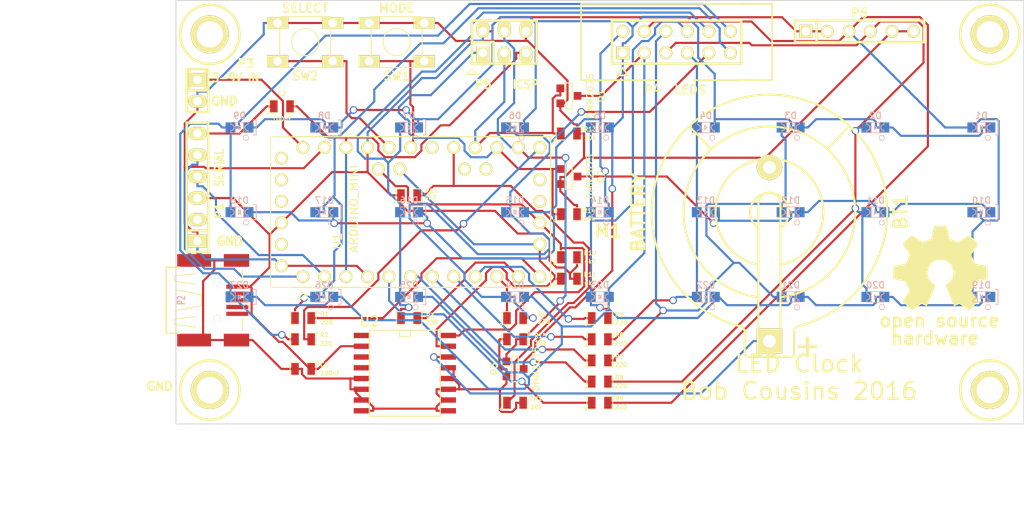
<source format=kicad_pcb>
(kicad_pcb (version 3) (host pcbnew "(2013-07-07 BZR 4022)-stable")
  (layers (15 F.Cu signal) (0 B.Cu signal) (18 B.Paste user) (19 F.Paste user) (20 B.SilkS user) (21 F.SilkS user) (22 B.Mask user) (23 F.Mask user) (28 Edge.Cuts user))
  (net 0 "")
  (net 1 +5V)
  (net 2 /MISO)
  (net 3 /MOSI)
  (net 4 /SCK)
  (net 5 /SCL)
  (net 6 /SDA)
  (net 7 /SW1)
  (net 8 /SW2)
  (net 9 /VIN)
  (net 10 /~RST)
  (net 11 COL1)
  (net 12 COL2)
  (net 13 COL3)
  (net 14 COL4)
  (net 15 COL5)
  (net 16 COL6)
  (net 17 COL7)
  (net 18 COL8)
  (net 19 COL9)
  (net 20 GND)
  (net 21 N-0000012)
  (net 22 N-0000013)
  (net 23 N-0000014)
  (net 24 N-0000015)
  (net 25 N-0000016)
  (net 26 N-0000020)
  (net 27 N-0000024)
  (net 28 N-0000026)
  (net 29 N-0000027)
  (net 30 N-0000028)
  (net 31 N-0000040)
  (net 32 N-0000042)
  (net 33 ROW1)
  (net 34 ROW2)
  (net 35 ROW3)
  (net 36 RX)
  (net 37 TX)
  (module SOT23GDS (layer F.Cu) (at 122.555 62.865 90)
    (fp_text reference Q1 (at 0 3.81 90) (layer F.SilkS) (effects (font (size 0.762 0.762) (thickness 0.12954))))
    (fp_text value DMN2075 (at 0 2.5 90) (layer F.SilkS) (effects (font (size 0.762 0.762) (thickness 0.12954))))
    (pad S smd rect (at -0.889 -1.016 90) (size 0.9144 0.9144) (layers F.Cu F.Paste F.Mask) (net 20 GND))
    (pad G smd rect (at 0.889 -1.016 90) (size 0.9144 0.9144) (layers F.Cu F.Paste F.Mask) (net 4 /SCK))
    (pad D smd rect (at 0 1.016 90) (size 0.9144 0.9144) (layers F.Cu F.Paste F.Mask) (net 35 ROW3))
  )
  (module SOT23GDS (layer F.Cu) (at 122.555 72.39 90)
    (fp_text reference Q2 (at 0 3.81 90) (layer F.SilkS) (effects (font (size 0.762 0.762) (thickness 0.12954))))
    (fp_text value DMN2075 (at 0 2.5 90) (layer F.SilkS) (effects (font (size 0.762 0.762) (thickness 0.12954))))
    (pad S smd rect (at -0.889 -1.016 90) (size 0.9144 0.9144) (layers F.Cu F.Paste F.Mask) (net 20 GND))
    (pad G smd rect (at 0.889 -1.016 90) (size 0.9144 0.9144) (layers F.Cu F.Paste F.Mask) (net 2 /MISO))
    (pad D smd rect (at 0 1.016 90) (size 0.9144 0.9144) (layers F.Cu F.Paste F.Mask) (net 34 ROW2))
  )
  (module SOT23GDS (layer F.Cu) (at 116.2 95.1 90)
    (fp_text reference Q3 (at 0 -2.5 90) (layer F.SilkS) (effects (font (size 0.762 0.762) (thickness 0.12954))))
    (fp_text value DMN2075 (at 0 2.5 90) (layer F.SilkS) (effects (font (size 0.762 0.762) (thickness 0.12954))))
    (pad S smd rect (at -0.889 -1.016 90) (size 0.9144 0.9144) (layers F.Cu F.Paste F.Mask) (net 20 GND))
    (pad G smd rect (at 0.889 -1.016 90) (size 0.9144 0.9144) (layers F.Cu F.Paste F.Mask) (net 3 /MOSI))
    (pad D smd rect (at 0 1.016 90) (size 0.9144 0.9144) (layers F.Cu F.Paste F.Mask) (net 33 ROW1))
  )
  (module pin_strip_6 (layer F.Cu) (at 78.74 73.66 90)
    (fp_text reference P1 (at -2.775 2.58 90) (layer F.SilkS) (effects (font (size 1.016 1.016) (thickness 0.2032))))
    (fp_text value SERIAL (at 2.305 2.58 90) (layer F.SilkS) (effects (font (size 1.016 0.889) (thickness 0.2032))))
    (pad 1 thru_hole rect (at -6.35 0 90) (size 1.524 2.19964) (drill 1.00076) (layers *.Cu *.Mask F.SilkS) (net 20 GND))
    (pad 2 thru_hole oval (at -3.81 0 90) (size 1.524 2.19964) (drill 1.00076) (layers *.Cu *.Mask F.SilkS))
    (pad 3 thru_hole oval (at -1.27 0 90) (size 1.524 2.19964) (drill 1.00076) (layers *.Cu *.Mask F.SilkS) (net 1 +5V))
    (pad 4 thru_hole oval (at 1.27 0 90) (size 1.524 2.19964) (drill 1.00076) (layers *.Cu *.Mask F.SilkS) (net 36 RX))
    (pad 5 thru_hole oval (at 3.81 0 90) (size 1.524 2.19964) (drill 1.00076) (layers *.Cu *.Mask F.SilkS) (net 37 TX))
    (pad 6 thru_hole oval (at 6.35 0 90) (size 1.524 2.19964) (drill 1.00076) (layers *.Cu *.Mask F.SilkS) (net 27 N-0000024))
  )
  (module pin_strip_2 (layer F.Cu) (at 78.74 62.23 270)
    (fp_text reference P3 (at -3.175 -5.715 360) (layer F.SilkS) (effects (font (size 1.016 1.016) (thickness 0.2032))))
    (fp_text value "5-9V IN" (at -1.5 -4.5 360) (layer F.SilkS) (effects (font (size 1.016 0.889) (thickness 0.2032))))
    (pad 1 thru_hole rect (at -1.27 0 270) (size 1.524 2.19964) (drill 1.00076) (layers *.Cu *.Mask F.SilkS) (net 9 /VIN))
    (pad 2 thru_hole oval (at 1.27 0 270) (size 1.524 2.19964) (drill 1.00076) (layers *.Cu *.Mask F.SilkS) (net 20 GND))
  )
  (module HOLE_M3 (layer F.Cu) (at 80.2 97.6)
    (fp_text reference H2 hide)
    (fp_text value HOLE_RMC hide)
    (pad "" thru_hole circle (at 0 0) (size 4.50088 4.50088) (drill 3.0988) (layers *.Cu *.Mask F.SilkS))
  )
  (module HOLE_M3 (layer F.Cu) (at 172.2 55.6)
    (fp_text reference H3 hide)
    (fp_text value HOLE_RMC hide)
    (pad "" thru_hole circle (at 0 0) (size 4.50088 4.50088) (drill 3.0988) (layers *.Cu *.Mask F.SilkS))
  )
  (module HOLE_M3 (layer F.Cu) (at 172.2 97.6)
    (fp_text reference H4 hide)
    (fp_text value HOLE_RMC hide)
    (pad "" thru_hole circle (at 0 0) (size 4.50088 4.50088) (drill 3.0988) (layers *.Cu *.Mask F.SilkS))
  )
  (module HOLE_M3 (layer F.Cu) (at 80.2 55.6)
    (fp_text reference H1 hide)
    (fp_text value HOLE_RMC hide)
    (pad "" thru_hole circle (at 0 0) (size 4.50088 4.50088) (drill 3.0988) (layers *.Cu *.Mask F.SilkS))
  )
  (module PCB_GREEN_RMC (layer F.Cu) (at 126.2 76.6)
    (fp_text reference M1 (at 1 2.2) (layer F.SilkS) (effects (font (size 1.524 1.524) (thickness 0.3048))))
    (fp_text value PCB_GREEN_RMC hide)
  )
  (module SM0805 (layer F.Cu) (at 91.2 91.6 180)
    (fp_text reference R1 (at -2.5 3 180) (layer F.SilkS) (effects (font (size 0.50038 0.50038) (thickness 0.10922))))
    (fp_text value 220 (at -2.7 -0.5 180) (layer F.SilkS) (effects (font (size 0.50038 0.50038) (thickness 0.10922))))
    (pad 1 smd rect (at -0.9525 0 180) (size 0.889 1.397) (layers F.Cu F.Paste F.Mask) (net 28 N-0000026))
    (pad 2 smd rect (at 0.9525 0 180) (size 0.889 1.397) (layers F.Cu F.Paste F.Mask) (net 19 COL9))
  )
  (module SM0805 (layer F.Cu) (at 91.2 89.1 180)
    (fp_text reference R2 (at -2.5 -2 180) (layer F.SilkS) (effects (font (size 0.50038 0.50038) (thickness 0.10922))))
    (fp_text value 220 (at -2.8 -0.5 180) (layer F.SilkS) (effects (font (size 0.50038 0.50038) (thickness 0.10922))))
    (pad 1 smd rect (at -0.9525 0 180) (size 0.889 1.397) (layers F.Cu F.Paste F.Mask) (net 29 N-0000027))
    (pad 2 smd rect (at 0.9525 0 180) (size 0.889 1.397) (layers F.Cu F.Paste F.Mask) (net 18 COL8))
  )
  (module SM0805 (layer F.Cu) (at 103.7 89.1 180)
    (fp_text reference R3 (at -2.5 0.3 180) (layer F.SilkS) (effects (font (size 0.50038 0.50038) (thickness 0.10922))))
    (fp_text value 220 (at -2.7 -0.5 180) (layer F.SilkS) (effects (font (size 0.50038 0.50038) (thickness 0.10922))))
    (pad 1 smd rect (at -0.9525 0 180) (size 0.889 1.397) (layers F.Cu F.Paste F.Mask) (net 30 N-0000028))
    (pad 2 smd rect (at 0.9525 0 180) (size 0.889 1.397) (layers F.Cu F.Paste F.Mask) (net 17 COL7))
  )
  (module SM0805 (layer F.Cu) (at 116.2 89.1)
    (fp_text reference R4 (at 3.2 -0.4) (layer F.SilkS) (effects (font (size 0.50038 0.50038) (thickness 0.10922))))
    (fp_text value 220 (at 3.4 0.4) (layer F.SilkS) (effects (font (size 0.50038 0.50038) (thickness 0.10922))))
    (pad 1 smd rect (at -0.9525 0) (size 0.889 1.397) (layers F.Cu F.Paste F.Mask) (net 26 N-0000020))
    (pad 2 smd rect (at 0.9525 0) (size 0.889 1.397) (layers F.Cu F.Paste F.Mask) (net 16 COL6))
  )
  (module SM0805 (layer F.Cu) (at 126.2 89.1)
    (fp_text reference R5 (at 2.3 -0.4) (layer F.SilkS) (effects (font (size 0.50038 0.50038) (thickness 0.10922))))
    (fp_text value 220 (at 2.5 0.5) (layer F.SilkS) (effects (font (size 0.50038 0.50038) (thickness 0.10922))))
    (pad 1 smd rect (at -0.9525 0) (size 0.889 1.397) (layers F.Cu F.Paste F.Mask) (net 21 N-0000012))
    (pad 2 smd rect (at 0.9525 0) (size 0.889 1.397) (layers F.Cu F.Paste F.Mask) (net 15 COL5))
  )
  (module SM0805 (layer F.Cu) (at 126.2 91.6)
    (fp_text reference R6 (at 2.3 -0.5) (layer F.SilkS) (effects (font (size 0.50038 0.50038) (thickness 0.10922))))
    (fp_text value 220 (at 2.5 0.5) (layer F.SilkS) (effects (font (size 0.50038 0.50038) (thickness 0.10922))))
    (pad 1 smd rect (at -0.9525 0) (size 0.889 1.397) (layers F.Cu F.Paste F.Mask) (net 22 N-0000013))
    (pad 2 smd rect (at 0.9525 0) (size 0.889 1.397) (layers F.Cu F.Paste F.Mask) (net 14 COL4))
  )
  (module SM0805 (layer F.Cu) (at 126.2 94.1)
    (fp_text reference R7 (at 2.3 -0.4) (layer F.SilkS) (effects (font (size 0.50038 0.50038) (thickness 0.10922))))
    (fp_text value 220 (at 2.5 0.5) (layer F.SilkS) (effects (font (size 0.50038 0.50038) (thickness 0.10922))))
    (pad 1 smd rect (at -0.9525 0) (size 0.889 1.397) (layers F.Cu F.Paste F.Mask) (net 23 N-0000014))
    (pad 2 smd rect (at 0.9525 0) (size 0.889 1.397) (layers F.Cu F.Paste F.Mask) (net 13 COL3))
  )
  (module SM0805 (layer F.Cu) (at 126.2 96.6)
    (fp_text reference R8 (at 2.3 -0.5) (layer F.SilkS) (effects (font (size 0.50038 0.50038) (thickness 0.10922))))
    (fp_text value 220 (at 2.5 0.5) (layer F.SilkS) (effects (font (size 0.50038 0.50038) (thickness 0.10922))))
    (pad 1 smd rect (at -0.9525 0) (size 0.889 1.397) (layers F.Cu F.Paste F.Mask) (net 24 N-0000015))
    (pad 2 smd rect (at 0.9525 0) (size 0.889 1.397) (layers F.Cu F.Paste F.Mask) (net 12 COL2))
  )
  (module SM0805 (layer F.Cu) (at 126.2 99.1)
    (fp_text reference R9 (at 2.3 -0.5) (layer F.SilkS) (effects (font (size 0.50038 0.50038) (thickness 0.10922))))
    (fp_text value 220 (at 2.5 0.5) (layer F.SilkS) (effects (font (size 0.50038 0.50038) (thickness 0.10922))))
    (pad 1 smd rect (at -0.9525 0) (size 0.889 1.397) (layers F.Cu F.Paste F.Mask) (net 25 N-0000016))
    (pad 2 smd rect (at 0.9525 0) (size 0.889 1.397) (layers F.Cu F.Paste F.Mask) (net 11 COL1))
  )
  (module SM0805 (layer F.Cu) (at 122.555 81.915)
    (fp_text reference R10 (at 2.5 -0.5) (layer F.SilkS) (effects (font (size 0.50038 0.50038) (thickness 0.10922))))
    (fp_text value 4k7 (at 2.5 0.5) (layer F.SilkS) (effects (font (size 0.50038 0.50038) (thickness 0.10922))))
    (pad 1 smd rect (at -0.9525 0) (size 0.889 1.397) (layers F.Cu F.Paste F.Mask) (net 5 /SCL))
    (pad 2 smd rect (at 0.9525 0) (size 0.889 1.397) (layers F.Cu F.Paste F.Mask) (net 1 +5V))
  )
  (module SM0805 (layer F.Cu) (at 122.555 84.455)
    (fp_text reference R11 (at 2.5 -0.5) (layer F.SilkS) (effects (font (size 0.50038 0.50038) (thickness 0.10922))))
    (fp_text value 4k7 (at 2.5 0.5) (layer F.SilkS) (effects (font (size 0.50038 0.50038) (thickness 0.10922))))
    (pad 1 smd rect (at -0.9525 0) (size 0.889 1.397) (layers F.Cu F.Paste F.Mask) (net 6 /SDA))
    (pad 2 smd rect (at 0.9525 0) (size 0.889 1.397) (layers F.Cu F.Paste F.Mask) (net 1 +5V))
  )
  (module PIN_ARRAY_6x2_RMC (layer F.Cu) (at 135.255 56.515)
    (fp_text reference P4 (at -2.85 5.63) (layer F.SilkS) (effects (font (size 1.016 1.016) (thickness 0.2032))))
    (fp_text value LEDS (at 1.595 5.63) (layer F.SilkS) (effects (font (size 1.016 1.016) (thickness 0.2032))))
    (pad 1 thru_hole rect (at -6.35 1.27) (size 1.524 1.524) (drill 1.016) (layers *.Cu *.Mask F.SilkS) (net 33 ROW1))
    (pad 2 thru_hole circle (at -6.35 -1.27) (size 1.524 1.524) (drill 1.016) (layers *.Cu *.Mask F.SilkS) (net 34 ROW2))
    (pad 3 thru_hole circle (at -3.81 1.27) (size 1.524 1.524) (drill 1.016) (layers *.Cu *.Mask F.SilkS) (net 35 ROW3))
    (pad 4 thru_hole circle (at -3.81 -1.27) (size 1.524 1.524) (drill 1.016) (layers *.Cu *.Mask F.SilkS) (net 11 COL1))
    (pad 5 thru_hole circle (at -1.27 1.27) (size 1.524 1.524) (drill 1.016) (layers *.Cu *.Mask F.SilkS) (net 12 COL2))
    (pad 6 thru_hole circle (at -1.27 -1.27) (size 1.524 1.524) (drill 1.016) (layers *.Cu *.Mask F.SilkS) (net 13 COL3))
    (pad 7 thru_hole circle (at 1.27 1.27) (size 1.524 1.524) (drill 1.016) (layers *.Cu *.Mask F.SilkS) (net 14 COL4))
    (pad 8 thru_hole circle (at 1.27 -1.27) (size 1.524 1.524) (drill 1.016) (layers *.Cu *.Mask F.SilkS) (net 15 COL5))
    (pad 9 thru_hole circle (at 3.81 1.27) (size 1.524 1.524) (drill 1.016) (layers *.Cu *.Mask F.SilkS) (net 16 COL6))
    (pad 10 thru_hole circle (at 3.81 -1.27) (size 1.524 1.524) (drill 1.016) (layers *.Cu *.Mask F.SilkS) (net 17 COL7))
    (pad 11 thru_hole circle (at 6.35 1.27) (size 1.524 1.524) (drill 1.016) (layers *.Cu *.Mask F.SilkS) (net 18 COL8))
    (pad 12 thru_hole circle (at 6.35 -1.27) (size 1.524 1.524) (drill 1.016) (layers *.Cu *.Mask F.SilkS) (net 19 COL9))
  )
  (module SM0805 (layer F.Cu) (at 91.2 95.1 180)
    (fp_text reference C1 (at -2.5 0.5 180) (layer F.SilkS) (effects (font (size 0.50038 0.50038) (thickness 0.10922))))
    (fp_text value 100nF (at -3.2 -0.5 180) (layer F.SilkS) (effects (font (size 0.50038 0.50038) (thickness 0.10922))))
    (pad 1 smd rect (at -0.9525 0 180) (size 0.889 1.397) (layers F.Cu F.Paste F.Mask) (net 1 +5V))
    (pad 2 smd rect (at 0.9525 0 180) (size 0.889 1.397) (layers F.Cu F.Paste F.Mask) (net 20 GND))
  )
  (module keystone_106 (layer F.Cu) (at 146.2 76.6 270)
    (fp_text reference BT1 (at -0.019 -15.471 270) (layer F.SilkS) (effects (font (size 1.524 1.524) (thickness 0.3048))))
    (fp_text value BATTERY (at 0 15.494 270) (layer F.SilkS) (effects (font (size 1.524 1.524) (thickness 0.3048))))
    (pad 2 thru_hole circle (at -5.2832 0 270) (size 2.99974 2.99974) (drill 1.4986) (layers *.Cu *.Mask F.SilkS) (net 20 GND))
    (pad 1 thru_hole rect (at 15.2146 0 270) (size 2.9972 2.9972) (drill 1.4986) (layers *.Cu *.Mask F.SilkS) (net 32 N-0000042))
  )
  (module LED-0805_RED (layer B.Cu) (at 93.7 76.6)
    (fp_text reference D17 (at 0 -1.397) (layer B.SilkS) (effects (font (size 0.762 0.762) (thickness 0.127)) (justify mirror)))
    (fp_text value LED hide)
    (pad 1 smd rect (at -1.04902 0) (size 1.19888 1.19888) (layers B.Cu B.Paste B.Mask) (net 18 COL8))
    (pad 2 smd rect (at 1.04902 0) (size 1.19888 1.19888) (layers B.Cu B.Paste B.Mask) (net 34 ROW2))
  )
  (module LED-0805_RED (layer B.Cu) (at 83.7 86.6)
    (fp_text reference D27 (at 0 -1.397) (layer B.SilkS) (effects (font (size 0.762 0.762) (thickness 0.127)) (justify mirror)))
    (fp_text value LED hide)
    (pad 1 smd rect (at -1.04902 0) (size 1.19888 1.19888) (layers B.Cu B.Paste B.Mask) (net 19 COL9))
    (pad 2 smd rect (at 1.04902 0) (size 1.19888 1.19888) (layers B.Cu B.Paste B.Mask) (net 35 ROW3))
  )
  (module LED-0805_RED (layer B.Cu) (at 83.7 76.6)
    (fp_text reference D18 (at 0 -1.397) (layer B.SilkS) (effects (font (size 0.762 0.762) (thickness 0.127)) (justify mirror)))
    (fp_text value LED hide)
    (pad 1 smd rect (at -1.04902 0) (size 1.19888 1.19888) (layers B.Cu B.Paste B.Mask) (net 19 COL9))
    (pad 2 smd rect (at 1.04902 0) (size 1.19888 1.19888) (layers B.Cu B.Paste B.Mask) (net 34 ROW2))
  )
  (module LED-0805_RED (layer B.Cu) (at 83.7 66.6)
    (fp_text reference D9 (at 0 -1.397) (layer B.SilkS) (effects (font (size 0.762 0.762) (thickness 0.127)) (justify mirror)))
    (fp_text value LED hide)
    (pad 1 smd rect (at -1.04902 0) (size 1.19888 1.19888) (layers B.Cu B.Paste B.Mask) (net 19 COL9))
    (pad 2 smd rect (at 1.04902 0) (size 1.19888 1.19888) (layers B.Cu B.Paste B.Mask) (net 33 ROW1))
  )
  (module LED-0805_RED (layer B.Cu) (at 103.7 66.6)
    (fp_text reference D7 (at 0 -1.397) (layer B.SilkS) (effects (font (size 0.762 0.762) (thickness 0.127)) (justify mirror)))
    (fp_text value LED hide)
    (pad 1 smd rect (at -1.04902 0) (size 1.19888 1.19888) (layers B.Cu B.Paste B.Mask) (net 17 COL7))
    (pad 2 smd rect (at 1.04902 0) (size 1.19888 1.19888) (layers B.Cu B.Paste B.Mask) (net 33 ROW1))
  )
  (module LED-0805_RED (layer B.Cu) (at 103.7 76.6)
    (fp_text reference D16 (at 0 -1.397) (layer B.SilkS) (effects (font (size 0.762 0.762) (thickness 0.127)) (justify mirror)))
    (fp_text value LED hide)
    (pad 1 smd rect (at -1.04902 0) (size 1.19888 1.19888) (layers B.Cu B.Paste B.Mask) (net 17 COL7))
    (pad 2 smd rect (at 1.04902 0) (size 1.19888 1.19888) (layers B.Cu B.Paste B.Mask) (net 34 ROW2))
  )
  (module LED-0805_RED (layer B.Cu) (at 103.7 86.6)
    (fp_text reference D25 (at 0 -1.397) (layer B.SilkS) (effects (font (size 0.762 0.762) (thickness 0.127)) (justify mirror)))
    (fp_text value LED hide)
    (pad 1 smd rect (at -1.04902 0) (size 1.19888 1.19888) (layers B.Cu B.Paste B.Mask) (net 17 COL7))
    (pad 2 smd rect (at 1.04902 0) (size 1.19888 1.19888) (layers B.Cu B.Paste B.Mask) (net 35 ROW3))
  )
  (module LED-0805_RED (layer B.Cu) (at 93.7 66.6)
    (fp_text reference D8 (at 0 -1.397) (layer B.SilkS) (effects (font (size 0.762 0.762) (thickness 0.127)) (justify mirror)))
    (fp_text value LED hide)
    (pad 1 smd rect (at -1.04902 0) (size 1.19888 1.19888) (layers B.Cu B.Paste B.Mask) (net 18 COL8))
    (pad 2 smd rect (at 1.04902 0) (size 1.19888 1.19888) (layers B.Cu B.Paste B.Mask) (net 33 ROW1))
  )
  (module LED-0805_RED (layer B.Cu) (at 93.7 86.6)
    (fp_text reference D26 (at 0 -1.397) (layer B.SilkS) (effects (font (size 0.762 0.762) (thickness 0.127)) (justify mirror)))
    (fp_text value LED hide)
    (pad 1 smd rect (at -1.04902 0) (size 1.19888 1.19888) (layers B.Cu B.Paste B.Mask) (net 18 COL8))
    (pad 2 smd rect (at 1.04902 0) (size 1.19888 1.19888) (layers B.Cu B.Paste B.Mask) (net 35 ROW3))
  )
  (module LED-0805_RED (layer B.Cu) (at 171.2 86.6)
    (fp_text reference D19 (at 0 -1.397) (layer B.SilkS) (effects (font (size 0.762 0.762) (thickness 0.127)) (justify mirror)))
    (fp_text value LED hide)
    (pad 1 smd rect (at -1.04902 0) (size 1.19888 1.19888) (layers B.Cu B.Paste B.Mask) (net 11 COL1))
    (pad 2 smd rect (at 1.04902 0) (size 1.19888 1.19888) (layers B.Cu B.Paste B.Mask) (net 35 ROW3))
  )
  (module LED-0805_RED (layer B.Cu) (at 171.2 76.6)
    (fp_text reference D10 (at 0 -1.397) (layer B.SilkS) (effects (font (size 0.762 0.762) (thickness 0.127)) (justify mirror)))
    (fp_text value LED hide)
    (pad 1 smd rect (at -1.04902 0) (size 1.19888 1.19888) (layers B.Cu B.Paste B.Mask) (net 11 COL1))
    (pad 2 smd rect (at 1.04902 0) (size 1.19888 1.19888) (layers B.Cu B.Paste B.Mask) (net 34 ROW2))
  )
  (module LED-0805_RED (layer B.Cu) (at 171.2 66.6)
    (fp_text reference D1 (at 0 -1.397) (layer B.SilkS) (effects (font (size 0.762 0.762) (thickness 0.127)) (justify mirror)))
    (fp_text value LED hide)
    (pad 1 smd rect (at -1.04902 0) (size 1.19888 1.19888) (layers B.Cu B.Paste B.Mask) (net 11 COL1))
    (pad 2 smd rect (at 1.04902 0) (size 1.19888 1.19888) (layers B.Cu B.Paste B.Mask) (net 33 ROW1))
  )
  (module LED-0805_BLUE (layer B.Cu) (at 126.2 76.6)
    (fp_text reference D14 (at 0 -1.397) (layer B.SilkS) (effects (font (size 0.762 0.762) (thickness 0.127)) (justify mirror)))
    (fp_text value LED hide)
    (pad 1 smd rect (at -1.04902 0) (size 1.19888 1.19888) (layers B.Cu B.Paste B.Mask) (net 15 COL5))
    (pad 2 smd rect (at 1.04902 0) (size 1.19888 1.19888) (layers B.Cu B.Paste B.Mask) (net 34 ROW2))
  )
  (module LED-0805_BLUE (layer B.Cu) (at 126.2 86.6)
    (fp_text reference D23 (at 0 -1.397) (layer B.SilkS) (effects (font (size 0.762 0.762) (thickness 0.127)) (justify mirror)))
    (fp_text value LED hide)
    (pad 1 smd rect (at -1.04902 0) (size 1.19888 1.19888) (layers B.Cu B.Paste B.Mask) (net 15 COL5))
    (pad 2 smd rect (at 1.04902 0) (size 1.19888 1.19888) (layers B.Cu B.Paste B.Mask) (net 35 ROW3))
  )
  (module LED-0805_BLUE (layer B.Cu) (at 116.2 66.6)
    (fp_text reference D6 (at 0 -1.397) (layer B.SilkS) (effects (font (size 0.762 0.762) (thickness 0.127)) (justify mirror)))
    (fp_text value LED hide)
    (pad 1 smd rect (at -1.04902 0) (size 1.19888 1.19888) (layers B.Cu B.Paste B.Mask) (net 16 COL6))
    (pad 2 smd rect (at 1.04902 0) (size 1.19888 1.19888) (layers B.Cu B.Paste B.Mask) (net 33 ROW1))
  )
  (module LED-0805_BLUE (layer B.Cu) (at 116.2 76.6)
    (fp_text reference D15 (at 0 -1.397) (layer B.SilkS) (effects (font (size 0.762 0.762) (thickness 0.127)) (justify mirror)))
    (fp_text value LED hide)
    (pad 1 smd rect (at -1.04902 0) (size 1.19888 1.19888) (layers B.Cu B.Paste B.Mask) (net 16 COL6))
    (pad 2 smd rect (at 1.04902 0) (size 1.19888 1.19888) (layers B.Cu B.Paste B.Mask) (net 34 ROW2))
  )
  (module LED-0805_BLUE (layer B.Cu) (at 116.2 86.6)
    (fp_text reference D24 (at 0 -1.397) (layer B.SilkS) (effects (font (size 0.762 0.762) (thickness 0.127)) (justify mirror)))
    (fp_text value LED hide)
    (pad 1 smd rect (at -1.04902 0) (size 1.19888 1.19888) (layers B.Cu B.Paste B.Mask) (net 16 COL6))
    (pad 2 smd rect (at 1.04902 0) (size 1.19888 1.19888) (layers B.Cu B.Paste B.Mask) (net 35 ROW3))
  )
  (module LED-0805_BLUE (layer B.Cu) (at 126.2 66.6)
    (fp_text reference D5 (at 0 -1.397) (layer B.SilkS) (effects (font (size 0.762 0.762) (thickness 0.127)) (justify mirror)))
    (fp_text value LED hide)
    (pad 1 smd rect (at -1.04902 0) (size 1.19888 1.19888) (layers B.Cu B.Paste B.Mask) (net 15 COL5))
    (pad 2 smd rect (at 1.04902 0) (size 1.19888 1.19888) (layers B.Cu B.Paste B.Mask) (net 33 ROW1))
  )
  (module LED-0805_GREEN (layer B.Cu) (at 158.7 66.6)
    (fp_text reference D2 (at 0 -1.397) (layer B.SilkS) (effects (font (size 0.762 0.762) (thickness 0.127)) (justify mirror)))
    (fp_text value LED hide)
    (pad 1 smd rect (at -1.04902 0) (size 1.19888 1.19888) (layers B.Cu B.Paste B.Mask) (net 12 COL2))
    (pad 2 smd rect (at 1.04902 0) (size 1.19888 1.19888) (layers B.Cu B.Paste B.Mask) (net 33 ROW1))
  )
  (module LED-0805_GREEN (layer B.Cu) (at 158.7 76.6)
    (fp_text reference D11 (at 0 -1.397) (layer B.SilkS) (effects (font (size 0.762 0.762) (thickness 0.127)) (justify mirror)))
    (fp_text value LED hide)
    (pad 1 smd rect (at -1.04902 0) (size 1.19888 1.19888) (layers B.Cu B.Paste B.Mask) (net 12 COL2))
    (pad 2 smd rect (at 1.04902 0) (size 1.19888 1.19888) (layers B.Cu B.Paste B.Mask) (net 34 ROW2))
  )
  (module LED-0805_GREEN (layer B.Cu) (at 158.7 86.6)
    (fp_text reference D20 (at 0 -1.397) (layer B.SilkS) (effects (font (size 0.762 0.762) (thickness 0.127)) (justify mirror)))
    (fp_text value LED hide)
    (pad 1 smd rect (at -1.04902 0) (size 1.19888 1.19888) (layers B.Cu B.Paste B.Mask) (net 12 COL2))
    (pad 2 smd rect (at 1.04902 0) (size 1.19888 1.19888) (layers B.Cu B.Paste B.Mask) (net 35 ROW3))
  )
  (module LED-0805_GREEN (layer B.Cu) (at 148.7 66.6)
    (fp_text reference D3 (at 0 -1.397) (layer B.SilkS) (effects (font (size 0.762 0.762) (thickness 0.127)) (justify mirror)))
    (fp_text value LED hide)
    (pad 1 smd rect (at -1.04902 0) (size 1.19888 1.19888) (layers B.Cu B.Paste B.Mask) (net 13 COL3))
    (pad 2 smd rect (at 1.04902 0) (size 1.19888 1.19888) (layers B.Cu B.Paste B.Mask) (net 33 ROW1))
  )
  (module LED-0805_GREEN (layer B.Cu) (at 148.7 76.6)
    (fp_text reference D12 (at 0 -1.397) (layer B.SilkS) (effects (font (size 0.762 0.762) (thickness 0.127)) (justify mirror)))
    (fp_text value LED hide)
    (pad 1 smd rect (at -1.04902 0) (size 1.19888 1.19888) (layers B.Cu B.Paste B.Mask) (net 13 COL3))
    (pad 2 smd rect (at 1.04902 0) (size 1.19888 1.19888) (layers B.Cu B.Paste B.Mask) (net 34 ROW2))
  )
  (module LED-0805_GREEN (layer B.Cu) (at 148.7 86.6)
    (fp_text reference D21 (at 0 -1.397) (layer B.SilkS) (effects (font (size 0.762 0.762) (thickness 0.127)) (justify mirror)))
    (fp_text value LED hide)
    (pad 1 smd rect (at -1.04902 0) (size 1.19888 1.19888) (layers B.Cu B.Paste B.Mask) (net 13 COL3))
    (pad 2 smd rect (at 1.04902 0) (size 1.19888 1.19888) (layers B.Cu B.Paste B.Mask) (net 35 ROW3))
  )
  (module LED-0805_GREEN (layer B.Cu) (at 138.7 76.6)
    (fp_text reference D13 (at 0 -1.397) (layer B.SilkS) (effects (font (size 0.762 0.762) (thickness 0.127)) (justify mirror)))
    (fp_text value LED hide)
    (pad 1 smd rect (at -1.04902 0) (size 1.19888 1.19888) (layers B.Cu B.Paste B.Mask) (net 14 COL4))
    (pad 2 smd rect (at 1.04902 0) (size 1.19888 1.19888) (layers B.Cu B.Paste B.Mask) (net 34 ROW2))
  )
  (module LED-0805_GREEN (layer B.Cu) (at 138.7 86.6)
    (fp_text reference D22 (at 0 -1.397) (layer B.SilkS) (effects (font (size 0.762 0.762) (thickness 0.127)) (justify mirror)))
    (fp_text value LED hide)
    (pad 1 smd rect (at -1.04902 0) (size 1.19888 1.19888) (layers B.Cu B.Paste B.Mask) (net 14 COL4))
    (pad 2 smd rect (at 1.04902 0) (size 1.19888 1.19888) (layers B.Cu B.Paste B.Mask) (net 35 ROW3))
  )
  (module LED-0805_GREEN (layer B.Cu) (at 138.7 66.6)
    (fp_text reference D4 (at 0 -1.397) (layer B.SilkS) (effects (font (size 0.762 0.762) (thickness 0.127)) (justify mirror)))
    (fp_text value LED hide)
    (pad 1 smd rect (at -1.04902 0) (size 1.19888 1.19888) (layers B.Cu B.Paste B.Mask) (net 14 COL4))
    (pad 2 smd rect (at 1.04902 0) (size 1.19888 1.19888) (layers B.Cu B.Paste B.Mask) (net 33 ROW1))
  )
  (module SO16L (layer F.Cu) (at 103.2 95.6 270)
    (fp_text reference U2 (at -6.1 4.2 360) (layer F.SilkS) (effects (font (size 1.143 1.143) (thickness 0.2032))))
    (fp_text value DS3231N hide)
    (pad 1 smd rect (at -4.445 5.08 270) (size 0.635 1.905) (layers F.Cu F.Paste F.Mask))
    (pad 2 smd rect (at -3.175 5.08 270) (size 0.635 1.905) (layers F.Cu F.Paste F.Mask) (net 1 +5V))
    (pad 3 smd rect (at -1.905 5.08 270) (size 0.635 1.905) (layers F.Cu F.Paste F.Mask))
    (pad 4 smd rect (at -0.635 5.08 270) (size 0.635 1.905) (layers F.Cu F.Paste F.Mask))
    (pad 5 smd rect (at 0.635 5.08 270) (size 0.635 1.905) (layers F.Cu F.Paste F.Mask) (net 20 GND))
    (pad 6 smd rect (at 1.905 5.08 270) (size 0.635 1.905) (layers F.Cu F.Paste F.Mask) (net 20 GND))
    (pad 7 smd rect (at 3.175 5.08 270) (size 0.635 1.905) (layers F.Cu F.Paste F.Mask) (net 20 GND))
    (pad 8 smd rect (at 4.445 5.08 270) (size 0.635 1.905) (layers F.Cu F.Paste F.Mask) (net 20 GND))
    (pad 9 smd rect (at 4.445 -5.08 270) (size 0.635 1.905) (layers F.Cu F.Paste F.Mask) (net 20 GND))
    (pad 10 smd rect (at 3.175 -5.08 270) (size 0.635 1.905) (layers F.Cu F.Paste F.Mask) (net 20 GND))
    (pad 11 smd rect (at 1.905 -5.08 270) (size 0.635 1.905) (layers F.Cu F.Paste F.Mask) (net 20 GND))
    (pad 12 smd rect (at 0.635 -5.08 270) (size 0.635 1.905) (layers F.Cu F.Paste F.Mask) (net 20 GND))
    (pad 13 smd rect (at -0.635 -5.08 270) (size 0.635 1.905) (layers F.Cu F.Paste F.Mask) (net 20 GND))
    (pad 14 smd rect (at -1.905 -5.08 270) (size 0.635 1.905) (layers F.Cu F.Paste F.Mask) (net 32 N-0000042))
    (pad 15 smd rect (at -3.175 -5.08 270) (size 0.635 1.905) (layers F.Cu F.Paste F.Mask) (net 6 /SDA))
    (pad 16 smd rect (at -4.445 -5.08 270) (size 0.635 1.905) (layers F.Cu F.Paste F.Mask) (net 5 /SCL))
  )
  (module SM0805 (layer F.Cu) (at 103.7 74.6)
    (fp_text reference R12 (at 2.6 -0.5) (layer F.SilkS) (effects (font (size 0.50038 0.50038) (thickness 0.10922))))
    (fp_text value 4k7 (at 2.5 0.3) (layer F.SilkS) (effects (font (size 0.50038 0.50038) (thickness 0.10922))))
    (pad 1 smd rect (at -0.9525 0) (size 0.889 1.397) (layers F.Cu F.Paste F.Mask) (net 1 +5V))
    (pad 2 smd rect (at 0.9525 0) (size 0.889 1.397) (layers F.Cu F.Paste F.Mask) (net 31 N-0000040))
  )
  (module SM0805 (layer F.Cu) (at 116.2 99.1)
    (fp_text reference TH1 (at 2.5 -0.5) (layer F.SilkS) (effects (font (size 0.50038 0.50038) (thickness 0.10922))))
    (fp_text value 10k (at 2.5 0.5) (layer F.SilkS) (effects (font (size 0.50038 0.50038) (thickness 0.10922))))
    (pad 1 smd rect (at -0.9525 0) (size 0.889 1.397) (layers F.Cu F.Paste F.Mask) (net 31 N-0000040))
    (pad 2 smd rect (at 0.9525 0) (size 0.889 1.397) (layers F.Cu F.Paste F.Mask) (net 20 GND))
  )
  (module SM0805 (layer F.Cu) (at 88.7 64.1)
    (fp_text reference C2 (at 0 -1.5) (layer F.SilkS) (effects (font (size 0.50038 0.50038) (thickness 0.10922))))
    (fp_text value 100nF (at 0 1.5) (layer F.SilkS) (effects (font (size 0.50038 0.50038) (thickness 0.10922))))
    (pad 1 smd rect (at -0.9525 0) (size 0.889 1.397) (layers F.Cu F.Paste F.Mask) (net 27 N-0000024))
    (pad 2 smd rect (at 0.9525 0) (size 0.889 1.397) (layers F.Cu F.Paste F.Mask) (net 10 /~RST))
  )
  (module pin_strip_3x2 (layer F.Cu) (at 114.935 56.515)
    (fp_text reference P5 (at -2.5 5) (layer F.SilkS) (effects (font (size 1.016 1.016) (thickness 0.2032))))
    (fp_text value ICSP (at 2.5 5) (layer F.SilkS) (effects (font (size 1.016 0.889) (thickness 0.2032))))
    (pad 1 thru_hole rect (at -2.54 1.27) (size 1.524 1.99898) (drill 1.00076 (offset 0 0.24892)) (layers *.Cu *.Mask F.SilkS) (net 2 /MISO))
    (pad 2 thru_hole oval (at -2.54 -1.27) (size 1.524 1.99898) (drill 1.00076 (offset 0 -0.24892)) (layers *.Cu *.Mask F.SilkS) (net 1 +5V))
    (pad 3 thru_hole oval (at 0 1.27) (size 1.524 1.99898) (drill 1.00076 (offset 0 0.24892)) (layers *.Cu *.Mask F.SilkS) (net 4 /SCK))
    (pad 4 thru_hole oval (at 0 -1.27) (size 1.524 1.99898) (drill 1.00076 (offset 0 -0.24892)) (layers *.Cu *.Mask F.SilkS) (net 3 /MOSI))
    (pad 5 thru_hole oval (at 2.54 1.27) (size 1.524 1.99898) (drill 1.00076 (offset 0 0.24892)) (layers *.Cu *.Mask F.SilkS) (net 10 /~RST))
    (pad 6 thru_hole oval (at 2.54 -1.27) (size 1.524 1.99898) (drill 1.00076 (offset 0 -0.24892)) (layers *.Cu *.Mask F.SilkS) (net 20 GND))
  )
  (module OSHW_logo_2 (layer F.Cu) (at 166.37 83.185)
    (fp_text reference M2 hide)
    (fp_text value LOGO_OSHW hide)
    (fp_text user hardware (at -0.64516 8.30072) (layer F.SilkS) (effects (font (size 1.524 1.524) (thickness 0.3048))))
    (fp_text user "open source" (at -0.09906 6.20014) (layer F.SilkS) (effects (font (size 1.524 1.524) (thickness 0.3048))))
  )
  (module SM0805 (layer F.Cu) (at 122.555 67.31)
    (fp_text reference R13 (at 2.5 -0.5) (layer F.SilkS) (effects (font (size 0.50038 0.50038) (thickness 0.10922))))
    (fp_text value 10k (at 2.5 0.5) (layer F.SilkS) (effects (font (size 0.50038 0.50038) (thickness 0.10922))))
    (pad 1 smd rect (at -0.9525 0) (size 0.889 1.397) (layers F.Cu F.Paste F.Mask) (net 4 /SCK))
    (pad 2 smd rect (at 0.9525 0) (size 0.889 1.397) (layers F.Cu F.Paste F.Mask) (net 20 GND))
  )
  (module SM0805 (layer F.Cu) (at 122.555 76.835)
    (fp_text reference R14 (at 2.4 -0.4) (layer F.SilkS) (effects (font (size 0.50038 0.50038) (thickness 0.10922))))
    (fp_text value 10k (at 2.4 0.5) (layer F.SilkS) (effects (font (size 0.50038 0.50038) (thickness 0.10922))))
    (pad 1 smd rect (at -0.9525 0) (size 0.889 1.397) (layers F.Cu F.Paste F.Mask) (net 2 /MISO))
    (pad 2 smd rect (at 0.9525 0) (size 0.889 1.397) (layers F.Cu F.Paste F.Mask) (net 20 GND))
  )
  (module SM0805 (layer F.Cu) (at 116.2 91.6 180)
    (fp_text reference R15 (at -3 0.4 180) (layer F.SilkS) (effects (font (size 0.50038 0.50038) (thickness 0.10922))))
    (fp_text value 10k (at -3 -0.4 180) (layer F.SilkS) (effects (font (size 0.50038 0.50038) (thickness 0.10922))))
    (pad 1 smd rect (at -0.9525 0 180) (size 0.889 1.397) (layers F.Cu F.Paste F.Mask) (net 3 /MOSI))
    (pad 2 smd rect (at 0.9525 0 180) (size 0.889 1.397) (layers F.Cu F.Paste F.Mask) (net 20 GND))
  )
  (module SW_6x6_MULTI (layer F.Cu) (at 102.235 56.515 180)
    (fp_text reference SW1 (at 0 -4.0005 180) (layer F.SilkS) (effects (font (size 1.016 1.016) (thickness 0.2032))))
    (fp_text value MODE (at 0 4.0005 180) (layer F.SilkS) (effects (font (size 1.016 1.016) (thickness 0.2032))))
    (pad 1 thru_hole rect (at 3.24866 -2.25044 180) (size 2.49936 1.397) (drill 1.00076) (layers *.Cu *.Mask F.SilkS) (net 7 /SW1))
    (pad 2 thru_hole rect (at 3.24866 2.25044 180) (size 2.49936 1.397) (drill 1.00076) (layers *.Cu *.Mask F.SilkS) (net 20 GND))
    (pad 1 thru_hole rect (at -3.2512 -2.25044 180) (size 2.49936 1.397) (drill 1.00076) (layers *.Cu *.Mask F.SilkS) (net 7 /SW1))
    (pad 2 thru_hole rect (at -3.2512 2.25044 180) (size 2.49936 1.397) (drill 1.00076) (layers *.Cu *.Mask F.SilkS) (net 20 GND))
  )
  (module SW_6x6_MULTI (layer F.Cu) (at 91.44 56.515 180)
    (fp_text reference SW2 (at 0 -4.0005 180) (layer F.SilkS) (effects (font (size 1.016 1.016) (thickness 0.2032))))
    (fp_text value SELECT (at 0 4.0005 180) (layer F.SilkS) (effects (font (size 1.016 1.016) (thickness 0.2032))))
    (pad 1 thru_hole rect (at 3.24866 -2.25044 180) (size 2.49936 1.397) (drill 1.00076) (layers *.Cu *.Mask F.SilkS) (net 8 /SW2))
    (pad 2 thru_hole rect (at 3.24866 2.25044 180) (size 2.49936 1.397) (drill 1.00076) (layers *.Cu *.Mask F.SilkS) (net 20 GND))
    (pad 1 thru_hole rect (at -3.2512 -2.25044 180) (size 2.49936 1.397) (drill 1.00076) (layers *.Cu *.Mask F.SilkS) (net 8 /SW2))
    (pad 2 thru_hole rect (at -3.2512 2.25044 180) (size 2.49936 1.397) (drill 1.00076) (layers *.Cu *.Mask F.SilkS) (net 20 GND))
  )
  (module ARDUINO_MINI (layer F.Cu) (at 91.186 84.201 90)
    (fp_text reference U1 (at 4.191 4.064 90) (layer F.SilkS))
    (fp_text value ARDUINO_MINI (at 8.001 5.969 90) (layer F.SilkS))
    (pad 0 thru_hole circle (at 0 2.54 90) (size 1.524 1.524) (drill 1.016) (layers *.Cu *.Mask F.SilkS) (net 36 RX))
    (pad RST thru_hole circle (at 0 5.08 90) (size 1.524 1.524) (drill 1.016) (layers *.Cu *.Mask F.SilkS) (net 10 /~RST))
    (pad GND thru_hole circle (at 0 7.62 90) (size 1.524 1.524) (drill 1.016) (layers *.Cu *.Mask F.SilkS) (net 20 GND))
    (pad 1 thru_hole circle (at 0 0 90) (size 1.524 1.524) (drill 1.016) (layers *.Cu *.Mask F.SilkS) (net 37 TX))
    (pad 2 thru_hole circle (at 0 10.16 90) (size 1.524 1.524) (drill 1.016) (layers *.Cu *.Mask F.SilkS) (net 25 N-0000016))
    (pad 3 thru_hole circle (at 0 12.7 90) (size 1.524 1.524) (drill 1.016) (layers *.Cu *.Mask F.SilkS) (net 24 N-0000015))
    (pad 4 thru_hole circle (at 0 15.24 90) (size 1.524 1.524) (drill 1.016) (layers *.Cu *.Mask F.SilkS) (net 23 N-0000014))
    (pad 5 thru_hole circle (at 0 17.78 90) (size 1.524 1.524) (drill 1.016) (layers *.Cu *.Mask F.SilkS) (net 22 N-0000013))
    (pad 6 thru_hole circle (at 0 20.32 90) (size 1.524 1.524) (drill 1.016) (layers *.Cu *.Mask F.SilkS) (net 21 N-0000012))
    (pad 7 thru_hole circle (at 0 22.86 90) (size 1.524 1.524) (drill 1.016) (layers *.Cu *.Mask F.SilkS) (net 26 N-0000020))
    (pad 8 thru_hole circle (at 0 25.4 90) (size 1.524 1.524) (drill 1.016) (layers *.Cu *.Mask F.SilkS) (net 30 N-0000028))
    (pad 9 thru_hole circle (at 0 27.94 90) (size 1.524 1.524) (drill 1.016) (layers *.Cu *.Mask F.SilkS) (net 29 N-0000027))
    (pad A4 thru_hole circle (at 3.81 27.94 90) (size 1.524 1.524) (drill 1.016) (layers *.Cu *.Mask F.SilkS) (net 6 /SDA))
    (pad A5 thru_hole circle (at 6.35 27.94 90) (size 1.524 1.524) (drill 1.016) (layers *.Cu *.Mask F.SilkS) (net 5 /SCL))
    (pad A6 thru_hole circle (at 8.89 27.94 90) (size 1.524 1.524) (drill 1.016) (layers *.Cu *.Mask F.SilkS))
    (pad A7 thru_hole circle (at 11.43 27.94 90) (size 1.524 1.524) (drill 1.016) (layers *.Cu *.Mask F.SilkS))
    (pad 10 thru_hole circle (at 15.24 27.94 90) (size 1.524 1.524) (drill 1.016) (layers *.Cu *.Mask F.SilkS) (net 28 N-0000026))
    (pad 11 thru_hole circle (at 15.24 25.4 90) (size 1.524 1.524) (drill 1.016) (layers *.Cu *.Mask F.SilkS) (net 3 /MOSI))
    (pad 12 thru_hole circle (at 15.24 22.86 90) (size 1.524 1.524) (drill 1.016) (layers *.Cu *.Mask F.SilkS) (net 2 /MISO))
    (pad 13 thru_hole circle (at 15.24 20.32 90) (size 1.524 1.524) (drill 1.016) (layers *.Cu *.Mask F.SilkS) (net 4 /SCK))
    (pad A0 thru_hole circle (at 15.24 17.78 90) (size 1.524 1.524) (drill 1.016) (layers *.Cu *.Mask F.SilkS) (net 31 N-0000040))
    (pad A1 thru_hole circle (at 15.24 15.24 90) (size 1.524 1.524) (drill 1.016) (layers *.Cu *.Mask F.SilkS))
    (pad A2 thru_hole circle (at 15.24 12.7 90) (size 1.524 1.524) (drill 1.016) (layers *.Cu *.Mask F.SilkS) (net 7 /SW1))
    (pad A3 thru_hole circle (at 15.24 10.16 90) (size 1.524 1.524) (drill 1.016) (layers *.Cu *.Mask F.SilkS) (net 8 /SW2))
    (pad +5V thru_hole circle (at 15.24 7.62 90) (size 1.524 1.524) (drill 1.016) (layers *.Cu *.Mask F.SilkS) (net 1 +5V))
    (pad RST thru_hole circle (at 15.24 5.08 90) (size 1.524 1.524) (drill 1.016) (layers *.Cu *.Mask F.SilkS) (net 10 /~RST))
    (pad GND thru_hole circle (at 15.24 2.54 90) (size 1.524 1.524) (drill 1.016) (layers *.Cu *.Mask F.SilkS) (net 20 GND))
    (pad VIN thru_hole circle (at 15.24 0 90) (size 1.524 1.524) (drill 1.016) (layers *.Cu *.Mask F.SilkS) (net 9 /VIN))
    (pad GND thru_hole circle (at 1.27 -2.54 90) (size 1.524 1.524) (drill 1.016) (layers *.Cu *.Mask F.SilkS) (net 20 GND))
    (pad +5V thru_hole circle (at 6.35 -2.54 90) (size 1.524 1.524) (drill 1.016) (layers *.Cu *.Mask F.SilkS) (net 1 +5V))
    (pad RX thru_hole circle (at 8.89 -2.54 90) (size 1.524 1.524) (drill 1.016) (layers *.Cu *.Mask F.SilkS))
    (pad TX thru_hole circle (at 11.43 -2.54 90) (size 1.524 1.524) (drill 1.016) (layers *.Cu *.Mask F.SilkS))
    (pad IO7 thru_hole circle (at 13.97 -2.54 90) (size 1.524 1.524) (drill 1.016) (layers *.Cu *.Mask F.SilkS))
    (pad A6 thru_hole circle (at 12.7 21.59 90) (size 1.524 1.524) (drill 1.016) (layers *.Cu *.Mask F.SilkS))
    (pad A7 thru_hole circle (at 12.7 19.05 90) (size 1.524 1.524) (drill 1.016) (layers *.Cu *.Mask F.SilkS))
    (pad A4 thru_hole circle (at 12.7 11.43 90) (size 1.524 1.524) (drill 1.016) (layers *.Cu *.Mask F.SilkS) (net 6 /SDA))
    (pad A5 thru_hole circle (at 12.7 8.89 90) (size 1.524 1.524) (drill 1.016) (layers *.Cu *.Mask F.SilkS) (net 5 /SCL))
    (pad "" thru_hole circle (at 3.81 -2.54 90) (size 1.524 1.524) (drill 1.016) (layers *.Cu *.Mask F.SilkS))
  )
  (module PIN_ARRAY-6X1 (layer F.Cu) (at 156.845 55.245)
    (fp_text reference P6 (at 0 -2.159) (layer F.SilkS) (effects (font (size 1.016 1.016) (thickness 0.2032))))
    (fp_text value CONN_6 hide)
    (pad 1 thru_hole rect (at -6.35 0) (size 1.524 1.524) (drill 1.016) (layers *.Cu *.Mask F.SilkS) (net 1 +5V))
    (pad 2 thru_hole circle (at -3.81 0) (size 1.524 1.524) (drill 1.016) (layers *.Cu *.Mask F.SilkS) (net 1 +5V))
    (pad 3 thru_hole circle (at -1.27 0) (size 1.524 1.524) (drill 1.016) (layers *.Cu *.Mask F.SilkS) (net 11 COL1))
    (pad 4 thru_hole circle (at 1.27 0) (size 1.524 1.524) (drill 1.016) (layers *.Cu *.Mask F.SilkS) (net 12 COL2))
    (pad 5 thru_hole circle (at 3.81 0) (size 1.524 1.524) (drill 1.016) (layers *.Cu *.Mask F.SilkS) (net 20 GND))
    (pad 6 thru_hole circle (at 6.35 0) (size 1.524 1.524) (drill 1.016) (layers *.Cu *.Mask F.SilkS) (net 20 GND))
  )
  (module CONN_MiniAB_SMT_RMC (layer F.Cu) (at 80.645 86.995)
    (fp_text reference P2 (at -3.8 0 90) (layer B.SilkS) (effects (font (size 0.8636 0.5588) (thickness 0.1397))))
    (fp_text value CONN_5 hide)
    (pad 3 smd rect (at 2.8 0) (size 2.6 0.50038) (layers F.Cu F.Paste F.Mask))
    (pad 2 smd rect (at 2.8 -0.8) (size 2.6 0.50038) (layers F.Cu F.Paste F.Mask))
    (pad 4 smd rect (at 2.8 1.6) (size 2.6 0.50038) (layers F.Cu F.Paste F.Mask))
    (pad 5 smd rect (at -2.3 -4.7) (size 4 1.50114) (layers F.Cu F.Paste F.Mask) (net 20 GND))
    (pad 5 smd rect (at 2.7 -4.7) (size 3 1.50114) (layers F.Cu F.Paste F.Mask) (net 20 GND))
    (pad 5 smd rect (at -2.3 4.7) (size 4 1.50114) (layers F.Cu F.Paste F.Mask) (net 20 GND))
    (pad 5 smd rect (at 2.7 4.7) (size 3 1.50114) (layers F.Cu F.Paste F.Mask) (net 20 GND))
    (pad 6 smd rect (at 2.8 0.8) (size 2.6 0.50038) (layers F.Cu F.Paste F.Mask))
    (pad 7 thru_hole circle (at 0.39878 -2.19964) (size 0.89916 0.89916) (drill 0.89916) (layers *.Cu *.SilkS *.Mask))
    (pad 7 thru_hole circle (at 0.39878 2.19964) (size 0.89916 0.89916) (drill 0.89916) (layers *.Cu *.SilkS *.Mask))
    (pad 1 smd rect (at 2.8 -1.6) (size 2.6 0.50038) (layers F.Cu F.Paste F.Mask) (net 1 +5V))
  )
  (gr_line (start 111.76 60.325) (end 111.125 59.69) (angle 90) (layer F.SilkS) (width 0.1524))
  (gr_line (start 110.49 60.325) (end 111.76 60.325) (angle 90) (layer F.SilkS) (width 0.1524))
  (gr_line (start 111.125 59.69) (end 110.49 60.325) (angle 90) (layer F.SilkS) (width 0.1524))
  (gr_text GND (at 74.295 97.155) (layer F.SilkS) (effects (font (size 1 1) (thickness 0.25))))
  (gr_text GND (at 82.55 80.01) (layer F.SilkS) (effects (font (size 1 1) (thickness 0.25))))
  (gr_text GND (at 81.915 63.5) (layer F.SilkS) (effects (font (size 1 1) (thickness 0.25))))
  (gr_text "LED Clock\nBob Cousins 2016" (at 149.7 96.1) (layer F.SilkS) (effects (font (size 2 2) (thickness 0.3))))
  (gr_line (start 176.2 101.6) (end 76.2 101.6) (angle 90) (layer Edge.Cuts) (width 0.1))
  (gr_line (start 176.2 51.6) (end 176.2 101.6) (angle 90) (layer Edge.Cuts) (width 0.1))
  (gr_line (start 76.2 51.6) (end 176.2 51.6) (angle 90) (layer Edge.Cuts) (width 0.1))
  (gr_line (start 76.2 101.6) (end 76.2 51.6) (angle 90) (layer Edge.Cuts) (width 0.1))
  (segment (start 153.035 55.245) (end 150.495 55.245) (width 0.254) (layer F.Cu) (net 1))
  (segment (start 95.6533 92.425) (end 92.9783 95.1) (width 0.254) (layer F.Cu) (net 1))
  (segment (start 98.12 92.425) (end 95.6533 92.425) (width 0.254) (layer F.Cu) (net 1))
  (segment (start 92.1525 95.1) (end 92.9783 95.1) (width 0.254) (layer F.Cu) (net 1))
  (segment (start 123.5075 84.455) (end 122.6817 84.455) (width 0.254) (layer F.Cu) (net 1))
  (segment (start 123.5075 81.915) (end 123.5075 82.9948) (width 0.254) (layer F.Cu) (net 1))
  (segment (start 98.806 68.961) (end 98.806 71.8641) (width 0.254) (layer F.Cu) (net 1))
  (segment (start 94.6329 71.8641) (end 98.806 71.8641) (width 0.254) (layer F.Cu) (net 1))
  (segment (start 88.646 77.851) (end 94.6329 71.8641) (width 0.254) (layer F.Cu) (net 1))
  (segment (start 101.5419 74.6) (end 102.7475 74.6) (width 0.254) (layer F.Cu) (net 1))
  (segment (start 98.806 71.8641) (end 101.5419 74.6) (width 0.254) (layer F.Cu) (net 1))
  (segment (start 123.5075 82.9948) (end 122.6817 83.8206) (width 0.254) (layer F.Cu) (net 1))
  (segment (start 122.6817 83.8206) (end 122.6817 84.455) (width 0.254) (layer F.Cu) (net 1))
  (segment (start 102.7475 74.6) (end 102.7475 75.6798) (width 0.254) (layer F.Cu) (net 1))
  (segment (start 83.445 85.395) (end 84.9579 85.395) (width 0.254) (layer F.Cu) (net 1))
  (segment (start 103.5045 76.4368) (end 102.7475 75.6798) (width 0.254) (layer F.Cu) (net 1))
  (segment (start 113.8293 76.4368) (end 103.5045 76.4368) (width 0.254) (layer F.Cu) (net 1))
  (segment (start 116.5135 79.121) (end 113.8293 76.4368) (width 0.254) (layer F.Cu) (net 1))
  (segment (start 119.5109 79.121) (end 116.5135 79.121) (width 0.254) (layer F.Cu) (net 1))
  (segment (start 120.2694 79.8795) (end 119.5109 79.121) (width 0.254) (layer F.Cu) (net 1))
  (segment (start 120.2694 82.2993) (end 120.2694 79.8795) (width 0.254) (layer F.Cu) (net 1))
  (segment (start 121.1023 83.1322) (end 120.2694 82.2993) (width 0.254) (layer F.Cu) (net 1))
  (segment (start 121.9933 83.1322) (end 121.1023 83.1322) (width 0.254) (layer F.Cu) (net 1))
  (segment (start 122.6817 83.8206) (end 121.9933 83.1322) (width 0.254) (layer F.Cu) (net 1))
  (segment (start 85.1263 85.5634) (end 84.9579 85.395) (width 0.254) (layer F.Cu) (net 1))
  (segment (start 85.1263 88.6794) (end 85.1263 85.5634) (width 0.254) (layer F.Cu) (net 1))
  (segment (start 88.3494 91.9025) (end 85.1263 88.6794) (width 0.254) (layer F.Cu) (net 1))
  (segment (start 88.8066 91.9025) (end 88.3494 91.9025) (width 0.254) (layer F.Cu) (net 1))
  (segment (start 92.0041 95.1) (end 88.8066 91.9025) (width 0.254) (layer F.Cu) (net 1))
  (segment (start 92.1525 95.1) (end 92.0041 95.1) (width 0.254) (layer F.Cu) (net 1))
  (segment (start 87.2494 83.1035) (end 87.2494 79.2476) (width 0.254) (layer F.Cu) (net 1))
  (segment (start 84.9579 85.395) (end 87.2494 83.1035) (width 0.254) (layer F.Cu) (net 1))
  (segment (start 87.2494 79.2476) (end 88.646 77.851) (width 0.254) (layer F.Cu) (net 1))
  (segment (start 82.9318 74.93) (end 78.74 74.93) (width 0.254) (layer F.Cu) (net 1))
  (segment (start 87.2494 79.2476) (end 82.9318 74.93) (width 0.254) (layer F.Cu) (net 1))
  (segment (start 112.395 55.245) (end 112.395 56.3769) (width 0.254) (layer B.Cu) (net 1))
  (segment (start 111.2632 56.3769) (end 112.395 56.3769) (width 0.254) (layer B.Cu) (net 1))
  (segment (start 106.876 60.7641) (end 111.2632 56.3769) (width 0.254) (layer B.Cu) (net 1))
  (segment (start 105.216 60.7641) (end 106.876 60.7641) (width 0.254) (layer B.Cu) (net 1))
  (segment (start 98.806 67.1741) (end 105.216 60.7641) (width 0.254) (layer B.Cu) (net 1))
  (segment (start 98.806 68.961) (end 98.806 67.1741) (width 0.254) (layer B.Cu) (net 1))
  (segment (start 147.6908 53.5841) (end 149.3517 55.245) (width 0.254) (layer F.Cu) (net 1))
  (segment (start 114.4846 53.5841) (end 147.6908 53.5841) (width 0.254) (layer F.Cu) (net 1))
  (segment (start 113.5383 54.5304) (end 114.4846 53.5841) (width 0.254) (layer F.Cu) (net 1))
  (segment (start 113.5383 55.245) (end 113.5383 54.5304) (width 0.254) (layer F.Cu) (net 1))
  (segment (start 112.395 55.245) (end 113.5383 55.245) (width 0.254) (layer F.Cu) (net 1))
  (segment (start 150.495 55.245) (end 149.3517 55.245) (width 0.254) (layer F.Cu) (net 1))
  (segment (start 121.6025 76.835) (end 120.7767 76.835) (width 0.254) (layer F.Cu) (net 2))
  (segment (start 120.6308 76.6891) (end 120.7767 76.835) (width 0.254) (layer F.Cu) (net 2))
  (segment (start 120.6308 71.501) (end 120.6308 76.6891) (width 0.254) (layer F.Cu) (net 2))
  (segment (start 120.6308 71.501) (end 121.539 71.501) (width 0.254) (layer F.Cu) (net 2))
  (segment (start 116.586 71.501) (end 120.6308 71.501) (width 0.254) (layer F.Cu) (net 2))
  (segment (start 114.046 68.961) (end 116.586 71.501) (width 0.254) (layer F.Cu) (net 2))
  (segment (start 106.255 62.7817) (end 111.2517 57.785) (width 0.254) (layer B.Cu) (net 2))
  (segment (start 103.9229 62.7817) (end 106.255 62.7817) (width 0.254) (layer B.Cu) (net 2))
  (segment (start 102.4919 64.2127) (end 103.9229 62.7817) (width 0.254) (layer B.Cu) (net 2))
  (segment (start 102.4919 64.8573) (end 102.4919 64.2127) (width 0.254) (layer B.Cu) (net 2))
  (segment (start 103.2538 65.6192) (end 102.4919 64.8573) (width 0.254) (layer B.Cu) (net 2))
  (segment (start 103.4659 65.6192) (end 103.2538 65.6192) (width 0.254) (layer B.Cu) (net 2))
  (segment (start 103.7203 65.8736) (end 103.4659 65.6192) (width 0.254) (layer B.Cu) (net 2))
  (segment (start 103.7203 67.3095) (end 103.7203 65.8736) (width 0.254) (layer B.Cu) (net 2))
  (segment (start 104.2284 67.8176) (end 103.7203 67.3095) (width 0.254) (layer B.Cu) (net 2))
  (segment (start 109.4753 67.8176) (end 104.2284 67.8176) (width 0.254) (layer B.Cu) (net 2))
  (segment (start 110.236 68.5783) (end 109.4753 67.8176) (width 0.254) (layer B.Cu) (net 2))
  (segment (start 110.236 69.3391) (end 110.236 68.5783) (width 0.254) (layer B.Cu) (net 2))
  (segment (start 111.0105 70.1136) (end 110.236 69.3391) (width 0.254) (layer B.Cu) (net 2))
  (segment (start 112.8934 70.1136) (end 111.0105 70.1136) (width 0.254) (layer B.Cu) (net 2))
  (segment (start 114.046 68.961) (end 112.8934 70.1136) (width 0.254) (layer B.Cu) (net 2))
  (segment (start 112.395 57.785) (end 111.2517 57.785) (width 0.254) (layer B.Cu) (net 2))
  (via (at 122.1503 70.1595) (size 0.889) (layers F.Cu B.Cu) (net 3))
  (via (at 121.5254 87.0766) (size 0.889) (layers F.Cu B.Cu) (net 3))
  (segment (start 115.184 94.211) (end 115.184 93.3725) (width 0.254) (layer F.Cu) (net 3))
  (segment (start 117.1525 91.6) (end 116.3267 91.6) (width 0.254) (layer F.Cu) (net 3))
  (segment (start 116.3267 92.2298) (end 115.184 93.3725) (width 0.254) (layer F.Cu) (net 3))
  (segment (start 116.3267 91.6) (end 116.3267 92.2298) (width 0.254) (layer F.Cu) (net 3))
  (segment (start 117.7845 70.1595) (end 122.1503 70.1595) (width 0.254) (layer F.Cu) (net 3))
  (segment (start 116.586 68.961) (end 117.7845 70.1595) (width 0.254) (layer F.Cu) (net 3))
  (segment (start 122.1503 86.4517) (end 121.5254 87.0766) (width 0.254) (layer B.Cu) (net 3))
  (segment (start 122.1503 70.1595) (end 122.1503 86.4517) (width 0.254) (layer B.Cu) (net 3))
  (segment (start 121.5254 87.2271) (end 117.1525 91.6) (width 0.254) (layer F.Cu) (net 3))
  (segment (start 121.5254 87.0766) (end 121.5254 87.2271) (width 0.254) (layer F.Cu) (net 3))
  (segment (start 115.1718 56.3769) (end 114.935 56.3769) (width 0.254) (layer B.Cu) (net 3))
  (segment (start 116.0935 57.2986) (end 115.1718 56.3769) (width 0.254) (layer B.Cu) (net 3))
  (segment (start 116.0935 63.6959) (end 116.0935 57.2986) (width 0.254) (layer B.Cu) (net 3))
  (segment (start 114.1702 65.6192) (end 116.0935 63.6959) (width 0.254) (layer B.Cu) (net 3))
  (segment (start 114.1702 67.4117) (end 114.1702 65.6192) (width 0.254) (layer B.Cu) (net 3))
  (segment (start 115.7195 68.961) (end 114.1702 67.4117) (width 0.254) (layer B.Cu) (net 3))
  (segment (start 116.586 68.961) (end 115.7195 68.961) (width 0.254) (layer B.Cu) (net 3))
  (segment (start 114.935 55.245) (end 114.935 56.3769) (width 0.254) (layer B.Cu) (net 3))
  (segment (start 121.6025 67.31) (end 120.7767 67.31) (width 0.254) (layer F.Cu) (net 4))
  (segment (start 121.0149 62.8145) (end 121.539 62.8145) (width 0.254) (layer F.Cu) (net 4))
  (segment (start 120.6466 63.1828) (end 121.0149 62.8145) (width 0.254) (layer F.Cu) (net 4))
  (segment (start 120.6466 67.2452) (end 120.6466 63.1828) (width 0.254) (layer F.Cu) (net 4))
  (segment (start 113.2218 67.2452) (end 120.6466 67.2452) (width 0.254) (layer F.Cu) (net 4))
  (segment (start 111.506 68.961) (end 113.2218 67.2452) (width 0.254) (layer F.Cu) (net 4))
  (segment (start 120.7119 67.2452) (end 120.7767 67.31) (width 0.254) (layer F.Cu) (net 4))
  (segment (start 120.6466 67.2452) (end 120.7119 67.2452) (width 0.254) (layer F.Cu) (net 4))
  (segment (start 121.539 61.976) (end 121.539 62.8145) (width 0.254) (layer F.Cu) (net 4))
  (segment (start 111.506 66.9942) (end 111.506 68.961) (width 0.254) (layer B.Cu) (net 4))
  (segment (start 114.935 63.5652) (end 111.506 66.9942) (width 0.254) (layer B.Cu) (net 4))
  (segment (start 114.935 57.785) (end 114.935 63.5652) (width 0.254) (layer B.Cu) (net 4))
  (segment (start 121.6025 81.915) (end 121.6025 80.8352) (width 0.254) (layer F.Cu) (net 5))
  (segment (start 121.6025 80.3275) (end 119.126 77.851) (width 0.254) (layer F.Cu) (net 5))
  (segment (start 121.6025 80.8352) (end 121.6025 80.3275) (width 0.254) (layer F.Cu) (net 5))
  (segment (start 108.28 91.155) (end 109.6138 91.155) (width 0.254) (layer F.Cu) (net 5))
  (segment (start 116.9549 75.6799) (end 119.126 77.851) (width 0.254) (layer F.Cu) (net 5))
  (segment (start 104.044 75.6799) (end 116.9549 75.6799) (width 0.254) (layer F.Cu) (net 5))
  (segment (start 103.5734 75.2093) (end 104.044 75.6799) (width 0.254) (layer F.Cu) (net 5))
  (segment (start 103.5734 73.7049) (end 103.5734 75.2093) (width 0.254) (layer F.Cu) (net 5))
  (segment (start 103.3886 73.5201) (end 103.5734 73.7049) (width 0.254) (layer F.Cu) (net 5))
  (segment (start 102.0951 73.5201) (end 103.3886 73.5201) (width 0.254) (layer F.Cu) (net 5))
  (segment (start 100.076 71.501) (end 102.0951 73.5201) (width 0.254) (layer F.Cu) (net 5))
  (segment (start 110.3126 90.4562) (end 109.6138 91.155) (width 0.254) (layer F.Cu) (net 5))
  (segment (start 115.6377 90.4562) (end 110.3126 90.4562) (width 0.254) (layer F.Cu) (net 5))
  (segment (start 116.3266 89.7673) (end 115.6377 90.4562) (width 0.254) (layer F.Cu) (net 5))
  (segment (start 116.3266 88.2436) (end 116.3266 89.7673) (width 0.254) (layer F.Cu) (net 5))
  (segment (start 118.5256 86.0446) (end 116.3266 88.2436) (width 0.254) (layer F.Cu) (net 5))
  (segment (start 123.6728 86.0446) (end 118.5256 86.0446) (width 0.254) (layer F.Cu) (net 5))
  (segment (start 124.3618 85.3556) (end 123.6728 86.0446) (width 0.254) (layer F.Cu) (net 5))
  (segment (start 124.3618 81.0634) (end 124.3618 85.3556) (width 0.254) (layer F.Cu) (net 5))
  (segment (start 124.1336 80.8352) (end 124.3618 81.0634) (width 0.254) (layer F.Cu) (net 5))
  (segment (start 121.6025 80.8352) (end 124.1336 80.8352) (width 0.254) (layer F.Cu) (net 5))
  (segment (start 121.6025 84.455) (end 121.1896 84.455) (width 0.254) (layer F.Cu) (net 6))
  (segment (start 121.1896 84.455) (end 121.117 84.455) (width 0.254) (layer F.Cu) (net 6))
  (segment (start 106.9462 90.4538) (end 106.9462 92.425) (width 0.254) (layer F.Cu) (net 6))
  (segment (start 112.776 84.624) (end 106.9462 90.4538) (width 0.254) (layer F.Cu) (net 6))
  (segment (start 112.776 83.7901) (end 112.776 84.624) (width 0.254) (layer F.Cu) (net 6))
  (segment (start 113.5087 83.0574) (end 112.776 83.7901) (width 0.254) (layer F.Cu) (net 6))
  (segment (start 114.5198 83.0574) (end 113.5087 83.0574) (width 0.254) (layer F.Cu) (net 6))
  (segment (start 115.2184 83.756) (end 114.5198 83.0574) (width 0.254) (layer F.Cu) (net 6))
  (segment (start 115.2184 84.4702) (end 115.2184 83.756) (width 0.254) (layer F.Cu) (net 6))
  (segment (start 116.0953 85.3471) (end 115.2184 84.4702) (width 0.254) (layer F.Cu) (net 6))
  (segment (start 119.9697 85.3471) (end 116.0953 85.3471) (width 0.254) (layer F.Cu) (net 6))
  (segment (start 120.8618 84.455) (end 119.9697 85.3471) (width 0.254) (layer F.Cu) (net 6))
  (segment (start 108.28 92.425) (end 106.9462 92.425) (width 0.254) (layer F.Cu) (net 6))
  (segment (start 120.8768 84.0672) (end 120.8768 84.455) (width 0.254) (layer F.Cu) (net 6))
  (segment (start 119.126 82.3164) (end 120.8768 84.0672) (width 0.254) (layer F.Cu) (net 6))
  (segment (start 119.126 80.391) (end 119.126 82.3164) (width 0.254) (layer F.Cu) (net 6))
  (segment (start 121.117 84.455) (end 120.8768 84.455) (width 0.254) (layer F.Cu) (net 6))
  (segment (start 120.8768 84.455) (end 120.8618 84.455) (width 0.254) (layer F.Cu) (net 6))
  (segment (start 102.616 71.6437) (end 102.616 71.501) (width 0.254) (layer B.Cu) (net 6))
  (segment (start 111.3633 80.391) (end 102.616 71.6437) (width 0.254) (layer B.Cu) (net 6))
  (segment (start 119.126 80.391) (end 111.3633 80.391) (width 0.254) (layer B.Cu) (net 6))
  (segment (start 105.4862 58.7654) (end 103.8552 58.7654) (width 0.254) (layer F.Cu) (net 7))
  (segment (start 103.8552 58.7654) (end 98.9863 58.7654) (width 0.254) (layer F.Cu) (net 7))
  (segment (start 103.8552 63.8672) (end 103.8552 58.7654) (width 0.254) (layer F.Cu) (net 7))
  (segment (start 104.1748 64.1868) (end 103.8552 63.8672) (width 0.254) (layer F.Cu) (net 7))
  (segment (start 104.1748 68.6722) (end 104.1748 64.1868) (width 0.254) (layer F.Cu) (net 7))
  (segment (start 103.886 68.961) (end 104.1748 68.6722) (width 0.254) (layer F.Cu) (net 7))
  (segment (start 94.6912 58.7654) (end 88.1913 58.7654) (width 0.254) (layer F.Cu) (net 8))
  (segment (start 94.6912 58.7654) (end 96.3222 58.7654) (width 0.254) (layer F.Cu) (net 8))
  (segment (start 97.8746 65.4896) (end 101.346 68.961) (width 0.254) (layer F.Cu) (net 8))
  (segment (start 96.9371 65.4896) (end 97.8746 65.4896) (width 0.254) (layer F.Cu) (net 8))
  (segment (start 96.3222 64.8747) (end 96.9371 65.4896) (width 0.254) (layer F.Cu) (net 8))
  (segment (start 96.3222 58.7654) (end 96.3222 64.8747) (width 0.254) (layer F.Cu) (net 8))
  (segment (start 86.2907 60.96) (end 78.74 60.96) (width 0.254) (layer F.Cu) (net 9))
  (segment (start 88.8266 63.4959) (end 86.2907 60.96) (width 0.254) (layer F.Cu) (net 9))
  (segment (start 88.8266 66.6016) (end 88.8266 63.4959) (width 0.254) (layer F.Cu) (net 9))
  (segment (start 91.186 68.961) (end 88.8266 66.6016) (width 0.254) (layer F.Cu) (net 9))
  (segment (start 96.266 84.201) (end 96.266 68.961) (width 0.254) (layer B.Cu) (net 10))
  (segment (start 117.475 57.785) (end 116.3317 57.785) (width 0.254) (layer F.Cu) (net 10))
  (segment (start 89.6525 64.1) (end 90.4783 64.1) (width 0.254) (layer F.Cu) (net 10))
  (segment (start 96.266 67.7729) (end 96.266 68.961) (width 0.254) (layer F.Cu) (net 10))
  (segment (start 99.3228 67.7729) (end 96.266 67.7729) (width 0.254) (layer F.Cu) (net 10))
  (segment (start 100.076 68.5261) (end 99.3228 67.7729) (width 0.254) (layer F.Cu) (net 10))
  (segment (start 100.076 69.3391) (end 100.076 68.5261) (width 0.254) (layer F.Cu) (net 10))
  (segment (start 100.8413 70.1044) (end 100.076 69.3391) (width 0.254) (layer F.Cu) (net 10))
  (segment (start 104.3829 70.1044) (end 100.8413 70.1044) (width 0.254) (layer F.Cu) (net 10))
  (segment (start 105.156 69.3313) (end 104.3829 70.1044) (width 0.254) (layer F.Cu) (net 10))
  (segment (start 105.156 68.6012) (end 105.156 69.3313) (width 0.254) (layer F.Cu) (net 10))
  (segment (start 107.4154 66.3418) (end 105.156 68.6012) (width 0.254) (layer F.Cu) (net 10))
  (segment (start 108.4895 66.3418) (end 107.4154 66.3418) (width 0.254) (layer F.Cu) (net 10))
  (segment (start 116.3317 58.4996) (end 108.4895 66.3418) (width 0.254) (layer F.Cu) (net 10))
  (segment (start 116.3317 57.785) (end 116.3317 58.4996) (width 0.254) (layer F.Cu) (net 10))
  (segment (start 94.1512 67.7729) (end 90.4783 64.1) (width 0.254) (layer F.Cu) (net 10))
  (segment (start 96.266 67.7729) (end 94.1512 67.7729) (width 0.254) (layer F.Cu) (net 10))
  (segment (start 170.151 76.6) (end 171.1317 76.6) (width 0.254) (layer B.Cu) (net 11))
  (segment (start 166.93 66.6) (end 155.575 55.245) (width 0.254) (layer B.Cu) (net 11))
  (segment (start 170.151 66.6) (end 166.93 66.6) (width 0.254) (layer B.Cu) (net 11))
  (segment (start 171.1317 77.2437) (end 171.1317 76.6) (width 0.254) (layer B.Cu) (net 11))
  (segment (start 171.4687 77.5807) (end 171.1317 77.2437) (width 0.254) (layer B.Cu) (net 11))
  (segment (start 173.043 77.5807) (end 171.4687 77.5807) (width 0.254) (layer B.Cu) (net 11))
  (segment (start 173.2329 77.3908) (end 173.043 77.5807) (width 0.254) (layer B.Cu) (net 11))
  (segment (start 173.2329 65.8357) (end 173.2329 77.3908) (width 0.254) (layer B.Cu) (net 11))
  (segment (start 173.0164 65.6192) (end 173.2329 65.8357) (width 0.254) (layer B.Cu) (net 11))
  (segment (start 171.1318 65.6192) (end 173.0164 65.6192) (width 0.254) (layer B.Cu) (net 11))
  (segment (start 170.151 66.6) (end 171.1318 65.6192) (width 0.254) (layer B.Cu) (net 11))
  (segment (start 170.151 78.8984) (end 170.151 86.6) (width 0.254) (layer B.Cu) (net 11))
  (segment (start 171.4687 77.5807) (end 170.151 78.8984) (width 0.254) (layer B.Cu) (net 11))
  (segment (start 157.252 53.568) (end 155.575 55.245) (width 0.254) (layer F.Cu) (net 11))
  (segment (start 163.9511 53.568) (end 157.252 53.568) (width 0.254) (layer F.Cu) (net 11))
  (segment (start 164.8907 54.5076) (end 163.9511 53.568) (width 0.254) (layer F.Cu) (net 11))
  (segment (start 164.8907 68.831) (end 164.8907 54.5076) (width 0.254) (layer F.Cu) (net 11))
  (segment (start 134.6217 99.1) (end 164.8907 68.831) (width 0.254) (layer F.Cu) (net 11))
  (segment (start 127.1525 99.1) (end 134.6217 99.1) (width 0.254) (layer F.Cu) (net 11))
  (segment (start 132.5975 54.0925) (end 131.445 55.245) (width 0.254) (layer F.Cu) (net 11))
  (segment (start 144.0923 54.0925) (end 132.5975 54.0925) (width 0.254) (layer F.Cu) (net 11))
  (segment (start 146.3882 56.3884) (end 144.0923 54.0925) (width 0.254) (layer F.Cu) (net 11))
  (segment (start 154.4316 56.3884) (end 146.3882 56.3884) (width 0.254) (layer F.Cu) (net 11))
  (segment (start 155.575 55.245) (end 154.4316 56.3884) (width 0.254) (layer F.Cu) (net 11))
  (via (at 156.3388 66.9895) (size 0.889) (layers F.Cu B.Cu) (net 12))
  (via (at 156.3388 76.1468) (size 0.889) (layers F.Cu B.Cu) (net 12))
  (segment (start 157.651 66.6) (end 156.6703 66.6) (width 0.254) (layer B.Cu) (net 12))
  (segment (start 156.6703 66.658) (end 156.3388 66.9895) (width 0.254) (layer B.Cu) (net 12))
  (segment (start 156.6703 66.6) (end 156.6703 66.658) (width 0.254) (layer B.Cu) (net 12))
  (segment (start 156.3388 76.1468) (end 156.3388 66.9895) (width 0.254) (layer F.Cu) (net 12))
  (segment (start 156.3388 76.2685) (end 156.3388 76.1468) (width 0.254) (layer B.Cu) (net 12))
  (segment (start 156.6703 76.6) (end 156.3388 76.2685) (width 0.254) (layer B.Cu) (net 12))
  (segment (start 135.8856 96.6) (end 127.1525 96.6) (width 0.254) (layer F.Cu) (net 12))
  (segment (start 156.3388 76.1468) (end 135.8856 96.6) (width 0.254) (layer F.Cu) (net 12))
  (segment (start 159.2792 54.0808) (end 158.115 55.245) (width 0.254) (layer F.Cu) (net 12))
  (segment (start 163.7247 54.0808) (end 159.2792 54.0808) (width 0.254) (layer F.Cu) (net 12))
  (segment (start 164.3794 54.7355) (end 163.7247 54.0808) (width 0.254) (layer F.Cu) (net 12))
  (segment (start 164.3794 58.9489) (end 164.3794 54.7355) (width 0.254) (layer F.Cu) (net 12))
  (segment (start 156.3388 66.9895) (end 164.3794 58.9489) (width 0.254) (layer F.Cu) (net 12))
  (segment (start 135.1596 56.6104) (end 133.985 57.785) (width 0.254) (layer F.Cu) (net 12))
  (segment (start 143.8427 56.6104) (end 135.1596 56.6104) (width 0.254) (layer F.Cu) (net 12))
  (segment (start 144.1291 56.8968) (end 143.8427 56.6104) (width 0.254) (layer F.Cu) (net 12))
  (segment (start 156.4632 56.8968) (end 144.1291 56.8968) (width 0.254) (layer F.Cu) (net 12))
  (segment (start 158.115 55.245) (end 156.4632 56.8968) (width 0.254) (layer F.Cu) (net 12))
  (segment (start 157.651 76.6) (end 157.1607 76.6) (width 0.254) (layer B.Cu) (net 12))
  (segment (start 157.1607 76.6) (end 156.6703 76.6) (width 0.254) (layer B.Cu) (net 12))
  (segment (start 157.1607 85.129) (end 157.651 85.6193) (width 0.254) (layer B.Cu) (net 12))
  (segment (start 157.1607 76.6) (end 157.1607 85.129) (width 0.254) (layer B.Cu) (net 12))
  (segment (start 157.651 86.6) (end 157.651 85.6193) (width 0.254) (layer B.Cu) (net 12))
  (via (at 133.6661 88.2044) (size 0.889) (layers F.Cu B.Cu) (net 13))
  (segment (start 147.651 86.6) (end 146.6703 86.6) (width 0.254) (layer B.Cu) (net 13))
  (segment (start 127.9783 93.8922) (end 127.9783 94.1) (width 0.254) (layer F.Cu) (net 13))
  (segment (start 133.6661 88.2044) (end 127.9783 93.8922) (width 0.254) (layer F.Cu) (net 13))
  (segment (start 127.1525 94.1) (end 127.9783 94.1) (width 0.254) (layer F.Cu) (net 13))
  (segment (start 132.8265 56.4035) (end 133.985 55.245) (width 0.254) (layer B.Cu) (net 13))
  (segment (start 132.8265 87.3648) (end 132.8265 56.4035) (width 0.254) (layer B.Cu) (net 13))
  (segment (start 133.6661 88.2044) (end 132.8265 87.3648) (width 0.254) (layer B.Cu) (net 13))
  (segment (start 148.1077 68.0374) (end 147.651 67.5807) (width 0.254) (layer B.Cu) (net 13))
  (segment (start 148.1077 75.1626) (end 148.1077 68.0374) (width 0.254) (layer B.Cu) (net 13))
  (segment (start 147.651 75.6193) (end 148.1077 75.1626) (width 0.254) (layer B.Cu) (net 13))
  (segment (start 147.651 76.6) (end 147.651 75.6193) (width 0.254) (layer B.Cu) (net 13))
  (segment (start 147.651 66.6) (end 147.651 67.5807) (width 0.254) (layer B.Cu) (net 13))
  (segment (start 138.9815 75.6193) (end 147.651 75.6193) (width 0.254) (layer B.Cu) (net 13))
  (segment (start 138.7682 75.8326) (end 138.9815 75.6193) (width 0.254) (layer B.Cu) (net 13))
  (segment (start 138.7682 79.3568) (end 138.7682 75.8326) (width 0.254) (layer B.Cu) (net 13))
  (segment (start 141.9921 82.5807) (end 138.7682 79.3568) (width 0.254) (layer B.Cu) (net 13))
  (segment (start 142.651 82.5807) (end 141.9921 82.5807) (width 0.254) (layer B.Cu) (net 13))
  (segment (start 146.6703 86.6) (end 142.651 82.5807) (width 0.254) (layer B.Cu) (net 13))
  (segment (start 137.7906 88.2044) (end 133.6661 88.2044) (width 0.254) (layer B.Cu) (net 13))
  (segment (start 138.7682 87.2268) (end 137.7906 88.2044) (width 0.254) (layer B.Cu) (net 13))
  (segment (start 138.7682 85.8046) (end 138.7682 87.2268) (width 0.254) (layer B.Cu) (net 13))
  (segment (start 141.9921 82.5807) (end 138.7682 85.8046) (width 0.254) (layer B.Cu) (net 13))
  (via (at 134.8455 87.0098) (size 0.889) (layers F.Cu B.Cu) (net 14))
  (segment (start 132.5685 87.0098) (end 127.9783 91.6) (width 0.254) (layer F.Cu) (net 14))
  (segment (start 134.8455 87.0098) (end 132.5685 87.0098) (width 0.254) (layer F.Cu) (net 14))
  (segment (start 127.1525 91.6) (end 127.9783 91.6) (width 0.254) (layer F.Cu) (net 14))
  (segment (start 137.651 76.6) (end 137.651 86.6) (width 0.254) (layer B.Cu) (net 14))
  (segment (start 135.2553 86.6) (end 134.8455 87.0098) (width 0.254) (layer B.Cu) (net 14))
  (segment (start 137.651 86.6) (end 135.2553 86.6) (width 0.254) (layer B.Cu) (net 14))
  (segment (start 137.651 76.6) (end 137.651 75.6193) (width 0.254) (layer B.Cu) (net 14))
  (segment (start 137.651 58.911) (end 137.651 66.6) (width 0.254) (layer B.Cu) (net 14))
  (segment (start 136.525 57.785) (end 137.651 58.911) (width 0.254) (layer B.Cu) (net 14))
  (segment (start 137.651 66.6) (end 137.651 75.6193) (width 0.254) (layer B.Cu) (net 14))
  (via (at 126.2258 87.8553) (size 0.889) (layers F.Cu B.Cu) (net 15))
  (segment (start 127.1525 89.1) (end 127.1525 88.0202) (width 0.254) (layer F.Cu) (net 15))
  (segment (start 125.151 86.6) (end 125.151 87.5807) (width 0.254) (layer B.Cu) (net 15))
  (segment (start 125.151 86.6) (end 125.151 85.6193) (width 0.254) (layer B.Cu) (net 15))
  (segment (start 125.151 66.6) (end 125.151 76.6) (width 0.254) (layer B.Cu) (net 15))
  (segment (start 125.9512 87.5807) (end 126.2258 87.8553) (width 0.254) (layer B.Cu) (net 15))
  (segment (start 125.151 87.5807) (end 125.9512 87.5807) (width 0.254) (layer B.Cu) (net 15))
  (segment (start 126.3907 88.0202) (end 126.2258 87.8553) (width 0.254) (layer F.Cu) (net 15))
  (segment (start 127.1525 88.0202) (end 126.3907 88.0202) (width 0.254) (layer F.Cu) (net 15))
  (segment (start 125.151 85.6193) (end 125.151 77.5907) (width 0.254) (layer B.Cu) (net 15))
  (segment (start 125.151 77.5907) (end 125.151 76.6) (width 0.254) (layer B.Cu) (net 15))
  (segment (start 135.3755 54.0955) (end 136.525 55.245) (width 0.254) (layer B.Cu) (net 15))
  (segment (start 133.4961 54.0955) (end 135.3755 54.0955) (width 0.254) (layer B.Cu) (net 15))
  (segment (start 132.715 54.8766) (end 133.4961 54.0955) (width 0.254) (layer B.Cu) (net 15))
  (segment (start 132.715 55.5918) (end 132.715 54.8766) (width 0.254) (layer B.Cu) (net 15))
  (segment (start 131.9184 56.3884) (end 132.715 55.5918) (width 0.254) (layer B.Cu) (net 15))
  (segment (start 131.1695 56.3884) (end 131.9184 56.3884) (width 0.254) (layer B.Cu) (net 15))
  (segment (start 130.0973 57.4606) (end 131.1695 56.3884) (width 0.254) (layer B.Cu) (net 15))
  (segment (start 130.0973 75.5094) (end 130.0973 57.4606) (width 0.254) (layer B.Cu) (net 15))
  (segment (start 128.016 77.5907) (end 130.0973 75.5094) (width 0.254) (layer B.Cu) (net 15))
  (segment (start 125.151 77.5907) (end 128.016 77.5907) (width 0.254) (layer B.Cu) (net 15))
  (via (at 124.0124 64.7601) (size 0.889) (layers F.Cu B.Cu) (net 16))
  (via (at 118.311 89.1) (size 0.889) (layers F.Cu B.Cu) (net 16))
  (segment (start 115.151 76.6) (end 115.6414 76.6) (width 0.254) (layer B.Cu) (net 16))
  (segment (start 115.151 66.6) (end 116.1317 66.6) (width 0.254) (layer B.Cu) (net 16))
  (segment (start 120.299 69.5662) (end 120.299 68.4735) (width 0.254) (layer B.Cu) (net 16))
  (segment (start 115.6414 74.2238) (end 120.299 69.5662) (width 0.254) (layer B.Cu) (net 16))
  (segment (start 115.6414 76.6) (end 115.6414 74.2238) (width 0.254) (layer B.Cu) (net 16))
  (segment (start 116.1317 67.2437) (end 116.1317 66.6) (width 0.254) (layer B.Cu) (net 16))
  (segment (start 116.4687 67.5807) (end 116.1317 67.2437) (width 0.254) (layer B.Cu) (net 16))
  (segment (start 119.4062 67.5807) (end 116.4687 67.5807) (width 0.254) (layer B.Cu) (net 16))
  (segment (start 120.299 68.4735) (end 119.4062 67.5807) (width 0.254) (layer B.Cu) (net 16))
  (segment (start 117.1525 89.1) (end 117.9783 89.1) (width 0.254) (layer F.Cu) (net 16))
  (segment (start 117.9783 89.1) (end 118.311 89.1) (width 0.254) (layer F.Cu) (net 16))
  (segment (start 115.6414 76.7881) (end 115.6414 76.6) (width 0.254) (layer B.Cu) (net 16))
  (segment (start 117.9743 79.121) (end 115.6414 76.7881) (width 0.254) (layer B.Cu) (net 16))
  (segment (start 119.5423 79.121) (end 117.9743 79.121) (width 0.254) (layer B.Cu) (net 16))
  (segment (start 120.2758 79.8545) (end 119.5423 79.121) (width 0.254) (layer B.Cu) (net 16))
  (segment (start 120.2758 80.8975) (end 120.2758 79.8545) (width 0.254) (layer B.Cu) (net 16))
  (segment (start 119.6161 81.5572) (end 120.2758 80.8975) (width 0.254) (layer B.Cu) (net 16))
  (segment (start 111.8105 81.5572) (end 119.6161 81.5572) (width 0.254) (layer B.Cu) (net 16))
  (segment (start 105.8488 75.5955) (end 111.8105 81.5572) (width 0.254) (layer B.Cu) (net 16))
  (segment (start 103.9692 75.5955) (end 105.8488 75.5955) (width 0.254) (layer B.Cu) (net 16))
  (segment (start 103.7661 75.7986) (end 103.9692 75.5955) (width 0.254) (layer B.Cu) (net 16))
  (segment (start 103.7661 77.3551) (end 103.7661 75.7986) (width 0.254) (layer B.Cu) (net 16))
  (segment (start 110.236 83.825) (end 103.7661 77.3551) (width 0.254) (layer B.Cu) (net 16))
  (segment (start 110.236 84.5589) (end 110.236 83.825) (width 0.254) (layer B.Cu) (net 16))
  (segment (start 112.2771 86.6) (end 110.236 84.5589) (width 0.254) (layer B.Cu) (net 16))
  (segment (start 115.151 86.6) (end 112.2771 86.6) (width 0.254) (layer B.Cu) (net 16))
  (segment (start 117.981 89.1) (end 118.311 89.1) (width 0.254) (layer B.Cu) (net 16))
  (segment (start 116.1317 87.2507) (end 117.981 89.1) (width 0.254) (layer B.Cu) (net 16))
  (segment (start 116.1317 86.6) (end 116.1317 87.2507) (width 0.254) (layer B.Cu) (net 16))
  (segment (start 115.151 86.6) (end 116.1317 86.6) (width 0.254) (layer B.Cu) (net 16))
  (segment (start 124.0124 64.7601) (end 120.299 68.4735) (width 0.254) (layer B.Cu) (net 16))
  (segment (start 132.0899 64.7601) (end 124.0124 64.7601) (width 0.254) (layer F.Cu) (net 16))
  (segment (start 139.065 57.785) (end 132.0899 64.7601) (width 0.254) (layer F.Cu) (net 16))
  (via (at 103.6433 87.8279) (size 0.889) (layers F.Cu B.Cu) (net 17))
  (segment (start 102.7475 89.1) (end 102.7475 88.0202) (width 0.254) (layer F.Cu) (net 17))
  (segment (start 103.3961 87.5807) (end 103.6433 87.8279) (width 0.254) (layer B.Cu) (net 17))
  (segment (start 102.651 87.5807) (end 103.3961 87.5807) (width 0.254) (layer B.Cu) (net 17))
  (segment (start 103.451 88.0202) (end 102.7475 88.0202) (width 0.254) (layer F.Cu) (net 17))
  (segment (start 103.6433 87.8279) (end 103.451 88.0202) (width 0.254) (layer F.Cu) (net 17))
  (segment (start 102.651 87.0903) (end 102.651 87.5807) (width 0.254) (layer B.Cu) (net 17))
  (segment (start 102.651 87.0903) (end 102.651 86.6) (width 0.254) (layer B.Cu) (net 17))
  (segment (start 102.651 86.6) (end 102.651 76.6) (width 0.254) (layer B.Cu) (net 17))
  (segment (start 102.651 76.6) (end 102.651 75.6193) (width 0.254) (layer B.Cu) (net 17))
  (segment (start 102.651 69.36) (end 102.651 66.6) (width 0.254) (layer B.Cu) (net 17))
  (segment (start 101.2372 70.7738) (end 102.651 69.36) (width 0.254) (layer B.Cu) (net 17))
  (segment (start 101.2372 74.2055) (end 101.2372 70.7738) (width 0.254) (layer B.Cu) (net 17))
  (segment (start 102.651 75.6193) (end 101.2372 74.2055) (width 0.254) (layer B.Cu) (net 17))
  (segment (start 100.7415 70.2781) (end 101.2372 70.7738) (width 0.254) (layer B.Cu) (net 17))
  (segment (start 98.5034 70.2781) (end 100.7415 70.2781) (width 0.254) (layer B.Cu) (net 17))
  (segment (start 97.6503 69.425) (end 98.5034 70.2781) (width 0.254) (layer B.Cu) (net 17))
  (segment (start 97.6503 67.5668) (end 97.6503 69.425) (width 0.254) (layer B.Cu) (net 17))
  (segment (start 105.2128 60.0043) (end 97.6503 67.5668) (width 0.254) (layer B.Cu) (net 17))
  (segment (start 106.8102 60.0043) (end 105.2128 60.0043) (width 0.254) (layer B.Cu) (net 17))
  (segment (start 111.1029 55.7116) (end 106.8102 60.0043) (width 0.254) (layer B.Cu) (net 17))
  (segment (start 111.1029 54.4062) (end 111.1029 55.7116) (width 0.254) (layer B.Cu) (net 17))
  (segment (start 112.4739 53.0352) (end 111.1029 54.4062) (width 0.254) (layer B.Cu) (net 17))
  (segment (start 136.8552 53.0352) (end 112.4739 53.0352) (width 0.254) (layer B.Cu) (net 17))
  (segment (start 139.065 55.245) (end 136.8552 53.0352) (width 0.254) (layer B.Cu) (net 17))
  (via (at 91.3173 86.7293) (size 0.889) (layers F.Cu B.Cu) (net 18))
  (segment (start 90.2475 89.1) (end 90.2475 88.0202) (width 0.254) (layer F.Cu) (net 18))
  (segment (start 91.541 86.7293) (end 91.6703 86.6) (width 0.254) (layer B.Cu) (net 18))
  (segment (start 91.3173 86.7293) (end 91.541 86.7293) (width 0.254) (layer B.Cu) (net 18))
  (segment (start 91.3173 86.9504) (end 91.3173 86.7293) (width 0.254) (layer F.Cu) (net 18))
  (segment (start 90.2475 88.0202) (end 91.3173 86.9504) (width 0.254) (layer F.Cu) (net 18))
  (segment (start 92.0887 86.6) (end 91.6703 86.6) (width 0.254) (layer B.Cu) (net 18))
  (segment (start 92.651 76.6) (end 93.6317 76.6) (width 0.254) (layer B.Cu) (net 18))
  (segment (start 93.7502 67.6992) (end 92.651 66.6) (width 0.254) (layer B.Cu) (net 18))
  (segment (start 94.9146 67.6992) (end 93.7502 67.6992) (width 0.254) (layer B.Cu) (net 18))
  (segment (start 92.0887 86.6) (end 92.651 86.6) (width 0.254) (layer B.Cu) (net 18))
  (segment (start 92.651 86.6) (end 93.6317 86.6) (width 0.254) (layer B.Cu) (net 18))
  (segment (start 95.7298 75.771) (end 94.7476 74.7888) (width 0.254) (layer B.Cu) (net 18))
  (segment (start 95.7298 80.372) (end 95.7298 75.771) (width 0.254) (layer B.Cu) (net 18))
  (segment (start 94.8694 81.2324) (end 95.7298 80.372) (width 0.254) (layer B.Cu) (net 18))
  (segment (start 94.8694 84.6746) (end 94.8694 81.2324) (width 0.254) (layer B.Cu) (net 18))
  (segment (start 93.6317 85.9123) (end 94.8694 84.6746) (width 0.254) (layer B.Cu) (net 18))
  (segment (start 93.6317 86.6) (end 93.6317 85.9123) (width 0.254) (layer B.Cu) (net 18))
  (segment (start 94.9146 74.6218) (end 94.7476 74.7888) (width 0.254) (layer B.Cu) (net 18))
  (segment (start 94.9146 67.6992) (end 94.9146 74.6218) (width 0.254) (layer B.Cu) (net 18))
  (segment (start 93.6317 75.9047) (end 93.6317 76.6) (width 0.254) (layer B.Cu) (net 18))
  (segment (start 94.7476 74.7888) (end 93.6317 75.9047) (width 0.254) (layer B.Cu) (net 18))
  (segment (start 140.335 56.515) (end 141.605 57.785) (width 0.254) (layer B.Cu) (net 18))
  (segment (start 140.335 54.8982) (end 140.335 56.515) (width 0.254) (layer B.Cu) (net 18))
  (segment (start 137.9637 52.5269) (end 140.335 54.8982) (width 0.254) (layer B.Cu) (net 18))
  (segment (start 111.8807 52.5269) (end 137.9637 52.5269) (width 0.254) (layer B.Cu) (net 18))
  (segment (start 107.7398 56.6678) (end 111.8807 52.5269) (width 0.254) (layer B.Cu) (net 18))
  (segment (start 105.047 56.6678) (end 107.7398 56.6678) (width 0.254) (layer B.Cu) (net 18))
  (segment (start 99.595 62.1198) (end 105.047 56.6678) (width 0.254) (layer B.Cu) (net 18))
  (segment (start 99.595 63.5338) (end 99.595 62.1198) (width 0.254) (layer B.Cu) (net 18))
  (segment (start 95.4296 67.6992) (end 99.595 63.5338) (width 0.254) (layer B.Cu) (net 18))
  (segment (start 94.9146 67.6992) (end 95.4296 67.6992) (width 0.254) (layer B.Cu) (net 18))
  (via (at 88.6914 91.0767) (size 0.889) (layers F.Cu B.Cu) (net 19))
  (segment (start 82.651 76.6) (end 82.651 66.6) (width 0.254) (layer B.Cu) (net 19))
  (segment (start 82.1607 66.6) (end 81.6703 66.6) (width 0.254) (layer B.Cu) (net 19))
  (segment (start 87.4648 91.0767) (end 88.6914 91.0767) (width 0.254) (layer B.Cu) (net 19))
  (segment (start 83.6317 87.2436) (end 87.4648 91.0767) (width 0.254) (layer B.Cu) (net 19))
  (segment (start 83.6317 86.6) (end 83.6317 87.2436) (width 0.254) (layer B.Cu) (net 19))
  (segment (start 88.8984 91.0767) (end 89.4217 91.6) (width 0.254) (layer F.Cu) (net 19))
  (segment (start 88.6914 91.0767) (end 88.8984 91.0767) (width 0.254) (layer F.Cu) (net 19))
  (segment (start 90.2475 91.6) (end 89.4217 91.6) (width 0.254) (layer F.Cu) (net 19))
  (segment (start 82.651 86.6) (end 83.6317 86.6) (width 0.254) (layer B.Cu) (net 19))
  (segment (start 82.651 85.222) (end 82.651 86.6) (width 0.254) (layer B.Cu) (net 19))
  (segment (start 81.2449 83.8159) (end 82.651 85.222) (width 0.254) (layer B.Cu) (net 19))
  (segment (start 79.4222 83.8159) (end 81.2449 83.8159) (width 0.254) (layer B.Cu) (net 19))
  (segment (start 76.7127 81.1064) (end 79.4222 83.8159) (width 0.254) (layer B.Cu) (net 19))
  (segment (start 76.7127 67.348) (end 76.7127 81.1064) (width 0.254) (layer B.Cu) (net 19))
  (segment (start 77.9088 66.1519) (end 76.7127 67.348) (width 0.254) (layer B.Cu) (net 19))
  (segment (start 81.2222 66.1519) (end 77.9088 66.1519) (width 0.254) (layer B.Cu) (net 19))
  (segment (start 81.6703 66.6) (end 81.2222 66.1519) (width 0.254) (layer B.Cu) (net 19))
  (segment (start 82.1607 66.6) (end 82.651 66.6) (width 0.254) (layer B.Cu) (net 19))
  (segment (start 138.3785 52.0185) (end 141.605 55.245) (width 0.254) (layer B.Cu) (net 19))
  (segment (start 110.8507 52.0185) (end 138.3785 52.0185) (width 0.254) (layer B.Cu) (net 19))
  (segment (start 107.1173 55.7519) (end 110.8507 52.0185) (width 0.254) (layer B.Cu) (net 19))
  (segment (start 93.8472 55.7519) (end 107.1173 55.7519) (width 0.254) (layer B.Cu) (net 19))
  (segment (start 83.6317 65.9674) (end 93.8472 55.7519) (width 0.254) (layer B.Cu) (net 19))
  (segment (start 83.6317 66.6) (end 83.6317 65.9674) (width 0.254) (layer B.Cu) (net 19))
  (segment (start 82.651 66.6) (end 83.6317 66.6) (width 0.254) (layer B.Cu) (net 19))
  (segment (start 88.6313 95.1) (end 90.2475 95.1) (width 0.254) (layer F.Cu) (net 20))
  (segment (start 85.2263 91.695) (end 88.6313 95.1) (width 0.254) (layer F.Cu) (net 20))
  (segment (start 83.345 91.695) (end 85.2263 91.695) (width 0.254) (layer F.Cu) (net 20))
  (segment (start 88.1913 54.2646) (end 94.6912 54.2646) (width 0.254) (layer F.Cu) (net 20))
  (segment (start 123.1767 75.7552) (end 121.539 74.1175) (width 0.254) (layer F.Cu) (net 20))
  (segment (start 123.5075 75.7552) (end 123.1767 75.7552) (width 0.254) (layer F.Cu) (net 20))
  (segment (start 123.5075 76.835) (end 123.5075 75.7552) (width 0.254) (layer F.Cu) (net 20))
  (segment (start 90.2475 95.1) (end 91.0733 95.1) (width 0.254) (layer F.Cu) (net 20))
  (segment (start 121.539 73.6982) (end 121.539 74.1175) (width 0.254) (layer F.Cu) (net 20))
  (segment (start 80.7263 91.695) (end 83.345 91.695) (width 0.254) (layer F.Cu) (net 20))
  (segment (start 98.12 96.235) (end 96.7862 96.235) (width 0.254) (layer F.Cu) (net 20))
  (segment (start 96.7862 96.235) (end 96.7862 97.505) (width 0.254) (layer F.Cu) (net 20))
  (segment (start 91.5889 96.235) (end 96.7862 96.235) (width 0.254) (layer F.Cu) (net 20))
  (segment (start 91.0733 95.7194) (end 91.5889 96.235) (width 0.254) (layer F.Cu) (net 20))
  (segment (start 91.0733 95.1) (end 91.0733 95.7194) (width 0.254) (layer F.Cu) (net 20))
  (segment (start 117.1525 99.1) (end 116.3267 99.1) (width 0.254) (layer F.Cu) (net 20))
  (segment (start 108.9469 94.965) (end 108.9469 96.235) (width 0.254) (layer F.Cu) (net 20))
  (segment (start 108.28 94.965) (end 108.9469 94.965) (width 0.254) (layer F.Cu) (net 20))
  (segment (start 121.539 73.6982) (end 121.539 73.279) (width 0.254) (layer F.Cu) (net 20))
  (segment (start 78.345 91.695) (end 79.4061 91.695) (width 0.254) (layer F.Cu) (net 20))
  (segment (start 79.4061 91.695) (end 80.7263 91.695) (width 0.254) (layer F.Cu) (net 20))
  (segment (start 80.7263 83.4269) (end 80.7263 82.295) (width 0.254) (layer F.Cu) (net 20))
  (segment (start 79.4061 84.7471) (end 80.7263 83.4269) (width 0.254) (layer F.Cu) (net 20))
  (segment (start 79.4061 91.695) (end 79.4061 84.7471) (width 0.254) (layer F.Cu) (net 20))
  (segment (start 115.184 95.989) (end 115.184 96.8275) (width 0.254) (layer F.Cu) (net 20))
  (segment (start 114.6599 95.1505) (end 115.184 95.1505) (width 0.254) (layer F.Cu) (net 20))
  (segment (start 114.3455 94.8361) (end 114.6599 95.1505) (width 0.254) (layer F.Cu) (net 20))
  (segment (start 114.3455 91.6762) (end 114.3455 94.8361) (width 0.254) (layer F.Cu) (net 20))
  (segment (start 114.4217 91.6) (end 114.3455 91.6762) (width 0.254) (layer F.Cu) (net 20))
  (segment (start 115.2475 91.6) (end 114.4217 91.6) (width 0.254) (layer F.Cu) (net 20))
  (segment (start 115.184 95.989) (end 115.184 95.1505) (width 0.254) (layer F.Cu) (net 20))
  (segment (start 163.195 55.245) (end 160.655 55.245) (width 0.254) (layer F.Cu) (net 20))
  (segment (start 78.345 82.295) (end 79.5357 82.295) (width 0.254) (layer F.Cu) (net 20))
  (segment (start 79.5357 82.295) (end 80.7263 82.295) (width 0.254) (layer F.Cu) (net 20))
  (segment (start 78.74 81.4993) (end 78.74 80.01) (width 0.254) (layer F.Cu) (net 20))
  (segment (start 79.5357 82.295) (end 78.74 81.4993) (width 0.254) (layer F.Cu) (net 20))
  (segment (start 78.74 63.5) (end 78.74 64.6433) (width 0.254) (layer F.Cu) (net 20))
  (segment (start 78.74 80.01) (end 78.74 78.8667) (width 0.254) (layer F.Cu) (net 20))
  (segment (start 91.2797 71.4073) (end 93.726 68.961) (width 0.254) (layer F.Cu) (net 20))
  (segment (start 79.7121 71.4073) (end 91.2797 71.4073) (width 0.254) (layer F.Cu) (net 20))
  (segment (start 79.5505 71.2457) (end 79.7121 71.4073) (width 0.254) (layer F.Cu) (net 20))
  (segment (start 77.2442 71.2457) (end 79.5505 71.2457) (width 0.254) (layer F.Cu) (net 20))
  (segment (start 77.2442 66.1391) (end 77.2442 71.2457) (width 0.254) (layer F.Cu) (net 20))
  (segment (start 78.74 64.6433) (end 77.2442 66.1391) (width 0.254) (layer F.Cu) (net 20))
  (segment (start 78.1684 78.8667) (end 78.74 78.8667) (width 0.254) (layer F.Cu) (net 20))
  (segment (start 77.2442 77.9425) (end 78.1684 78.8667) (width 0.254) (layer F.Cu) (net 20))
  (segment (start 77.2442 71.2457) (end 77.2442 77.9425) (width 0.254) (layer F.Cu) (net 20))
  (segment (start 114.4217 99.9632) (end 114.4217 97.5898) (width 0.254) (layer F.Cu) (net 20))
  (segment (start 114.6384 100.1799) (end 114.4217 99.9632) (width 0.254) (layer F.Cu) (net 20))
  (segment (start 115.8661 100.1799) (end 114.6384 100.1799) (width 0.254) (layer F.Cu) (net 20))
  (segment (start 116.3267 99.7193) (end 115.8661 100.1799) (width 0.254) (layer F.Cu) (net 20))
  (segment (start 116.3267 99.1) (end 116.3267 99.7193) (width 0.254) (layer F.Cu) (net 20))
  (segment (start 114.4217 97.5898) (end 115.184 96.8275) (width 0.254) (layer F.Cu) (net 20))
  (segment (start 98.12 97.505) (end 97.4531 97.505) (width 0.254) (layer F.Cu) (net 20))
  (segment (start 97.4531 97.505) (end 96.7862 97.505) (width 0.254) (layer F.Cu) (net 20))
  (segment (start 108.28 96.235) (end 108.6397 96.235) (width 0.254) (layer F.Cu) (net 20))
  (segment (start 108.6397 96.235) (end 108.9469 96.235) (width 0.254) (layer F.Cu) (net 20))
  (segment (start 108.28 97.505) (end 109.6138 97.505) (width 0.254) (layer F.Cu) (net 20))
  (segment (start 109.6138 96.9655) (end 109.6138 97.505) (width 0.254) (layer F.Cu) (net 20))
  (segment (start 108.8833 96.235) (end 109.6138 96.9655) (width 0.254) (layer F.Cu) (net 20))
  (segment (start 108.6397 96.235) (end 108.8833 96.235) (width 0.254) (layer F.Cu) (net 20))
  (segment (start 114.3369 97.505) (end 114.4217 97.5898) (width 0.254) (layer F.Cu) (net 20))
  (segment (start 109.6138 97.505) (end 114.3369 97.505) (width 0.254) (layer F.Cu) (net 20))
  (segment (start 98.12 98.775) (end 98.2868 98.775) (width 0.254) (layer F.Cu) (net 20))
  (segment (start 98.12 100.045) (end 99.4538 100.045) (width 0.254) (layer F.Cu) (net 20))
  (segment (start 97.4531 97.9413) (end 98.2868 98.775) (width 0.254) (layer F.Cu) (net 20))
  (segment (start 97.4531 97.505) (end 97.4531 97.9413) (width 0.254) (layer F.Cu) (net 20))
  (segment (start 108.28 98.775) (end 108.0101 98.775) (width 0.254) (layer F.Cu) (net 20))
  (segment (start 108.28 100.045) (end 106.9462 100.045) (width 0.254) (layer F.Cu) (net 20))
  (segment (start 106.9462 98.0104) (end 106.9462 97.505) (width 0.254) (layer F.Cu) (net 20))
  (segment (start 107.7108 98.775) (end 106.9462 98.0104) (width 0.254) (layer F.Cu) (net 20))
  (segment (start 108.0101 98.775) (end 107.7108 98.775) (width 0.254) (layer F.Cu) (net 20))
  (segment (start 106.9462 99.5449) (end 106.9462 99.7949) (width 0.254) (layer F.Cu) (net 20))
  (segment (start 107.7161 98.775) (end 106.9462 99.5449) (width 0.254) (layer F.Cu) (net 20))
  (segment (start 108.0101 98.775) (end 107.7161 98.775) (width 0.254) (layer F.Cu) (net 20))
  (segment (start 106.9462 99.7949) (end 106.9462 100.045) (width 0.254) (layer F.Cu) (net 20))
  (segment (start 106.9462 99.7949) (end 99.4538 99.7949) (width 0.254) (layer F.Cu) (net 20))
  (segment (start 99.4538 99.5687) (end 99.4538 99.7949) (width 0.254) (layer F.Cu) (net 20))
  (segment (start 98.6601 98.775) (end 99.4538 99.5687) (width 0.254) (layer F.Cu) (net 20))
  (segment (start 98.2868 98.775) (end 98.6601 98.775) (width 0.254) (layer F.Cu) (net 20))
  (segment (start 99.4538 99.7949) (end 99.4538 100.045) (width 0.254) (layer F.Cu) (net 20))
  (segment (start 94.6912 54.2646) (end 98.9863 54.2646) (width 0.254) (layer F.Cu) (net 20))
  (segment (start 98.9863 54.2646) (end 105.4862 54.2646) (width 0.254) (layer F.Cu) (net 20))
  (segment (start 109.2295 56.3769) (end 117.475 56.3769) (width 0.254) (layer F.Cu) (net 20))
  (segment (start 107.1172 54.2646) (end 109.2295 56.3769) (width 0.254) (layer F.Cu) (net 20))
  (segment (start 105.4862 54.2646) (end 107.1172 54.2646) (width 0.254) (layer F.Cu) (net 20))
  (segment (start 117.475 55.245) (end 117.475 56.3769) (width 0.254) (layer F.Cu) (net 20))
  (segment (start 121.539 63.754) (end 121.539 64.1732) (width 0.254) (layer F.Cu) (net 20))
  (segment (start 121.539 64.1732) (end 121.539 64.5925) (width 0.254) (layer F.Cu) (net 20))
  (segment (start 117.6887 56.3769) (end 117.475 56.3769) (width 0.254) (layer F.Cu) (net 20))
  (segment (start 122.3872 61.0754) (end 117.6887 56.3769) (width 0.254) (layer F.Cu) (net 20))
  (segment (start 122.3872 63.325) (end 122.3872 61.0754) (width 0.254) (layer F.Cu) (net 20))
  (segment (start 121.539 64.1732) (end 122.3872 63.325) (width 0.254) (layer F.Cu) (net 20))
  (segment (start 123.1767 66.2302) (end 123.5075 66.2302) (width 0.254) (layer F.Cu) (net 20))
  (segment (start 121.539 64.5925) (end 123.1767 66.2302) (width 0.254) (layer F.Cu) (net 20))
  (segment (start 123.5075 67.31) (end 123.5075 66.2302) (width 0.254) (layer F.Cu) (net 20))
  (segment (start 86.5603 55.62) (end 86.5603 54.2646) (width 0.254) (layer B.Cu) (net 20))
  (segment (start 79.8236 62.3567) (end 86.5603 55.62) (width 0.254) (layer B.Cu) (net 20))
  (segment (start 78.74 62.3567) (end 79.8236 62.3567) (width 0.254) (layer B.Cu) (net 20))
  (segment (start 78.74 63.5) (end 78.74 62.3567) (width 0.254) (layer B.Cu) (net 20))
  (segment (start 88.1913 54.2646) (end 86.5603 54.2646) (width 0.254) (layer B.Cu) (net 20))
  (segment (start 80.7263 82.295) (end 83.345 82.295) (width 0.254) (layer F.Cu) (net 20))
  (segment (start 87.8844 82.1694) (end 88.646 82.931) (width 0.254) (layer B.Cu) (net 20))
  (segment (start 79.7561 82.1694) (end 87.8844 82.1694) (width 0.254) (layer B.Cu) (net 20))
  (segment (start 78.74 81.1533) (end 79.7561 82.1694) (width 0.254) (layer B.Cu) (net 20))
  (segment (start 78.74 80.01) (end 78.74 81.1533) (width 0.254) (layer B.Cu) (net 20))
  (segment (start 121.539 73.279) (end 121.539 72.4405) (width 0.254) (layer F.Cu) (net 20))
  (segment (start 123.5075 67.31) (end 124.3333 67.31) (width 0.254) (layer F.Cu) (net 20))
  (segment (start 97.536 82.931) (end 98.806 84.201) (width 0.254) (layer F.Cu) (net 20))
  (segment (start 88.646 82.931) (end 97.536 82.931) (width 0.254) (layer F.Cu) (net 20))
  (segment (start 108.28 97.505) (end 106.9462 97.505) (width 0.254) (layer F.Cu) (net 20))
  (segment (start 124.3333 67.31) (end 124.3333 70.1703) (width 0.254) (layer F.Cu) (net 20))
  (segment (start 122.0631 72.4405) (end 121.539 72.4405) (width 0.254) (layer F.Cu) (net 20))
  (segment (start 124.3333 70.1703) (end 122.0631 72.4405) (width 0.254) (layer F.Cu) (net 20))
  (segment (start 145.3916 70.5084) (end 160.655 55.245) (width 0.254) (layer F.Cu) (net 20))
  (segment (start 145.0535 70.1703) (end 145.3916 70.5084) (width 0.254) (layer F.Cu) (net 20))
  (segment (start 124.3333 70.1703) (end 145.0535 70.1703) (width 0.254) (layer F.Cu) (net 20))
  (segment (start 145.3916 70.5084) (end 146.2 71.3168) (width 0.254) (layer F.Cu) (net 20))
  (via (at 122.5021 89.1965) (size 0.889) (layers F.Cu B.Cu) (net 21))
  (segment (start 125.2475 89.1) (end 124.4217 89.1) (width 0.254) (layer F.Cu) (net 21))
  (segment (start 124.3252 89.1965) (end 122.5021 89.1965) (width 0.254) (layer F.Cu) (net 21))
  (segment (start 124.4217 89.1) (end 124.3252 89.1965) (width 0.254) (layer F.Cu) (net 21))
  (segment (start 122.4179 89.1965) (end 122.5021 89.1965) (width 0.254) (layer B.Cu) (net 21))
  (segment (start 117.856 84.6346) (end 122.4179 89.1965) (width 0.254) (layer B.Cu) (net 21))
  (segment (start 117.856 83.8478) (end 117.856 84.6346) (width 0.254) (layer B.Cu) (net 21))
  (segment (start 117.0612 83.053) (end 117.856 83.8478) (width 0.254) (layer B.Cu) (net 21))
  (segment (start 112.654 83.053) (end 117.0612 83.053) (width 0.254) (layer B.Cu) (net 21))
  (segment (start 111.506 84.201) (end 112.654 83.053) (width 0.254) (layer B.Cu) (net 21))
  (via (at 120.4375 91.3095) (size 0.889) (layers F.Cu B.Cu) (net 22))
  (segment (start 125.2475 91.6) (end 124.4217 91.6) (width 0.254) (layer F.Cu) (net 22))
  (segment (start 116.0745 91.3095) (end 120.4375 91.3095) (width 0.254) (layer B.Cu) (net 22))
  (segment (start 108.966 84.201) (end 116.0745 91.3095) (width 0.254) (layer B.Cu) (net 22))
  (segment (start 124.1312 91.3095) (end 120.4375 91.3095) (width 0.254) (layer F.Cu) (net 22))
  (segment (start 124.4217 91.6) (end 124.1312 91.3095) (width 0.254) (layer F.Cu) (net 22))
  (via (at 119.4114 92.808) (size 0.889) (layers F.Cu B.Cu) (net 23))
  (segment (start 123.1297 92.808) (end 124.4217 94.1) (width 0.254) (layer F.Cu) (net 23))
  (segment (start 119.4114 92.808) (end 123.1297 92.808) (width 0.254) (layer F.Cu) (net 23))
  (segment (start 125.2475 94.1) (end 124.4217 94.1) (width 0.254) (layer F.Cu) (net 23))
  (segment (start 115.033 92.808) (end 106.426 84.201) (width 0.254) (layer B.Cu) (net 23))
  (segment (start 119.4114 92.808) (end 115.033 92.808) (width 0.254) (layer B.Cu) (net 23))
  (via (at 118.3638 94.3242) (size 0.889) (layers F.Cu B.Cu) (net 24))
  (segment (start 125.2475 96.6) (end 124.4217 96.6) (width 0.254) (layer F.Cu) (net 24))
  (segment (start 114.8917 94.3242) (end 118.3638 94.3242) (width 0.254) (layer B.Cu) (net 24))
  (segment (start 104.7685 84.201) (end 114.8917 94.3242) (width 0.254) (layer B.Cu) (net 24))
  (segment (start 103.886 84.201) (end 104.7685 84.201) (width 0.254) (layer B.Cu) (net 24))
  (segment (start 122.1459 94.3242) (end 118.3638 94.3242) (width 0.254) (layer F.Cu) (net 24))
  (segment (start 124.4217 96.6) (end 122.1459 94.3242) (width 0.254) (layer F.Cu) (net 24))
  (via (at 116.9975 96.5718) (size 0.889) (layers F.Cu B.Cu) (net 25))
  (segment (start 115.7014 96.5718) (end 116.9975 96.5718) (width 0.254) (layer B.Cu) (net 25))
  (segment (start 107.7834 88.6538) (end 115.7014 96.5718) (width 0.254) (layer B.Cu) (net 25))
  (segment (start 102.9389 88.6538) (end 107.7834 88.6538) (width 0.254) (layer B.Cu) (net 25))
  (segment (start 101.346 87.0609) (end 102.9389 88.6538) (width 0.254) (layer B.Cu) (net 25))
  (segment (start 101.346 84.201) (end 101.346 87.0609) (width 0.254) (layer B.Cu) (net 25))
  (segment (start 119.5257 99.1) (end 116.9975 96.5718) (width 0.254) (layer F.Cu) (net 25))
  (segment (start 125.2475 99.1) (end 119.5257 99.1) (width 0.254) (layer F.Cu) (net 25))
  (segment (start 115.2475 85.4025) (end 115.2475 89.1) (width 0.254) (layer F.Cu) (net 26))
  (segment (start 114.046 84.201) (end 115.2475 85.4025) (width 0.254) (layer F.Cu) (net 26))
  (segment (start 83.7117 67.31) (end 78.74 67.31) (width 0.254) (layer F.Cu) (net 27))
  (segment (start 86.9217 64.1) (end 83.7117 67.31) (width 0.254) (layer F.Cu) (net 27))
  (segment (start 87.7475 64.1) (end 86.9217 64.1) (width 0.254) (layer F.Cu) (net 27))
  (via (at 110.1224 77.9646) (size 0.889) (layers F.Cu B.Cu) (net 28))
  (segment (start 92.1525 91.6) (end 91.3267 91.6) (width 0.254) (layer F.Cu) (net 28))
  (segment (start 119.126 68.961) (end 110.1224 77.9646) (width 0.254) (layer B.Cu) (net 28))
  (segment (start 109.3411 78.7459) (end 110.1224 77.9646) (width 0.254) (layer F.Cu) (net 28))
  (segment (start 105.1206 78.7459) (end 109.3411 78.7459) (width 0.254) (layer F.Cu) (net 28))
  (segment (start 100.076 83.7905) (end 105.1206 78.7459) (width 0.254) (layer F.Cu) (net 28))
  (segment (start 100.076 84.5674) (end 100.076 83.7905) (width 0.254) (layer F.Cu) (net 28))
  (segment (start 96.8591 87.7843) (end 100.076 84.5674) (width 0.254) (layer F.Cu) (net 28))
  (segment (start 91.7281 87.7843) (end 96.8591 87.7843) (width 0.254) (layer F.Cu) (net 28))
  (segment (start 91.3267 88.1857) (end 91.7281 87.7843) (width 0.254) (layer F.Cu) (net 28))
  (segment (start 91.3267 91.6) (end 91.3267 88.1857) (width 0.254) (layer F.Cu) (net 28))
  (segment (start 92.1525 89.1) (end 92.9783 89.1) (width 0.254) (layer F.Cu) (net 29))
  (segment (start 100.6161 89.1) (end 92.9783 89.1) (width 0.254) (layer F.Cu) (net 29))
  (segment (start 105.156 84.5601) (end 100.6161 89.1) (width 0.254) (layer F.Cu) (net 29))
  (segment (start 105.156 83.8445) (end 105.156 84.5601) (width 0.254) (layer F.Cu) (net 29))
  (segment (start 106.9597 82.0408) (end 105.156 83.8445) (width 0.254) (layer F.Cu) (net 29))
  (segment (start 116.9658 82.0408) (end 106.9597 82.0408) (width 0.254) (layer F.Cu) (net 29))
  (segment (start 119.126 84.201) (end 116.9658 82.0408) (width 0.254) (layer F.Cu) (net 29))
  (segment (start 105.6899 89.1) (end 104.6525 89.1) (width 0.254) (layer F.Cu) (net 30))
  (segment (start 110.236 84.5539) (end 105.6899 89.1) (width 0.254) (layer F.Cu) (net 30))
  (segment (start 110.236 83.8454) (end 110.236 84.5539) (width 0.254) (layer F.Cu) (net 30))
  (segment (start 111.5323 82.5491) (end 110.236 83.8454) (width 0.254) (layer F.Cu) (net 30))
  (segment (start 114.9341 82.5491) (end 111.5323 82.5491) (width 0.254) (layer F.Cu) (net 30))
  (segment (start 116.586 84.201) (end 114.9341 82.5491) (width 0.254) (layer F.Cu) (net 30))
  (segment (start 104.6525 74.6) (end 105.4783 74.6) (width 0.254) (layer F.Cu) (net 31))
  (segment (start 108.966 68.961) (end 108.966 73.495) (width 0.254) (layer F.Cu) (net 31))
  (segment (start 106.5833 73.495) (end 108.966 73.495) (width 0.254) (layer F.Cu) (net 31))
  (segment (start 105.4783 74.6) (end 106.5833 73.495) (width 0.254) (layer F.Cu) (net 31))
  (segment (start 116.1396 98.2079) (end 115.2475 99.1) (width 0.254) (layer F.Cu) (net 31))
  (segment (start 116.1396 94.3111) (end 116.1396 98.2079) (width 0.254) (layer F.Cu) (net 31))
  (segment (start 118.0773 92.3734) (end 116.1396 94.3111) (width 0.254) (layer F.Cu) (net 31))
  (segment (start 118.0773 91.7168) (end 118.0773 92.3734) (width 0.254) (layer F.Cu) (net 31))
  (segment (start 122.467 87.3271) (end 118.0773 91.7168) (width 0.254) (layer F.Cu) (net 31))
  (segment (start 123.1093 87.3271) (end 122.467 87.3271) (width 0.254) (layer F.Cu) (net 31))
  (segment (start 124.9093 85.5271) (end 123.1093 87.3271) (width 0.254) (layer F.Cu) (net 31))
  (segment (start 124.9093 80.8633) (end 124.9093 85.5271) (width 0.254) (layer F.Cu) (net 31))
  (segment (start 124.2333 80.1873) (end 124.9093 80.8633) (width 0.254) (layer F.Cu) (net 31))
  (segment (start 123.1373 80.1873) (end 124.2333 80.1873) (width 0.254) (layer F.Cu) (net 31))
  (segment (start 119.4044 76.4544) (end 123.1373 80.1873) (width 0.254) (layer F.Cu) (net 31))
  (segment (start 118.6526 76.4544) (end 119.4044 76.4544) (width 0.254) (layer F.Cu) (net 31))
  (segment (start 115.6932 73.495) (end 118.6526 76.4544) (width 0.254) (layer F.Cu) (net 31))
  (segment (start 108.966 73.495) (end 115.6932 73.495) (width 0.254) (layer F.Cu) (net 31))
  (via (at 106.6235 93.695) (size 0.889) (layers F.Cu B.Cu) (net 32))
  (segment (start 108.28 93.695) (end 106.9462 93.695) (width 0.254) (layer F.Cu) (net 32))
  (segment (start 146.2 91.8146) (end 144.3201 91.8146) (width 0.254) (layer B.Cu) (net 32))
  (segment (start 110.9268 97.9983) (end 106.6235 93.695) (width 0.254) (layer B.Cu) (net 32))
  (segment (start 138.1364 97.9983) (end 110.9268 97.9983) (width 0.254) (layer B.Cu) (net 32))
  (segment (start 144.3201 91.8146) (end 138.1364 97.9983) (width 0.254) (layer B.Cu) (net 32))
  (segment (start 106.9462 93.695) (end 106.6235 93.695) (width 0.254) (layer F.Cu) (net 32))
  (via (at 127.6674 73.8316) (size 0.889) (layers F.Cu B.Cu) (net 33))
  (via (at 103.349 64.5289) (size 0.889) (layers F.Cu B.Cu) (net 33))
  (via (at 97.15 64.5289) (size 0.889) (layers F.Cu B.Cu) (net 33))
  (segment (start 171.2683 67.2436) (end 171.2683 66.6) (width 0.254) (layer B.Cu) (net 33))
  (segment (start 170.9312 67.5807) (end 171.2683 67.2436) (width 0.254) (layer B.Cu) (net 33))
  (segment (start 161.7104 67.5807) (end 170.9312 67.5807) (width 0.254) (layer B.Cu) (net 33))
  (segment (start 160.7297 66.6) (end 161.7104 67.5807) (width 0.254) (layer B.Cu) (net 33))
  (segment (start 159.749 66.6) (end 160.7297 66.6) (width 0.254) (layer B.Cu) (net 33))
  (segment (start 139.749 66.6) (end 139.749 65.6193) (width 0.254) (layer B.Cu) (net 33))
  (segment (start 172.249 66.6) (end 171.2683 66.6) (width 0.254) (layer B.Cu) (net 33))
  (segment (start 158.7683 65.9564) (end 158.7683 66.6) (width 0.254) (layer B.Cu) (net 33))
  (segment (start 158.4312 65.6193) (end 158.7683 65.9564) (width 0.254) (layer B.Cu) (net 33))
  (segment (start 151.7104 65.6193) (end 158.4312 65.6193) (width 0.254) (layer B.Cu) (net 33))
  (segment (start 150.7297 66.6) (end 151.7104 65.6193) (width 0.254) (layer B.Cu) (net 33))
  (segment (start 149.749 66.6) (end 150.7297 66.6) (width 0.254) (layer B.Cu) (net 33))
  (segment (start 159.749 66.6) (end 158.7683 66.6) (width 0.254) (layer B.Cu) (net 33))
  (segment (start 127.249 66.6) (end 127.7393 66.6) (width 0.254) (layer B.Cu) (net 33))
  (segment (start 127.6674 66.6719) (end 127.6674 73.8316) (width 0.254) (layer B.Cu) (net 33))
  (segment (start 127.7393 66.6) (end 127.6674 66.6719) (width 0.254) (layer B.Cu) (net 33))
  (segment (start 117.216 95.1) (end 117.216 94.2615) (width 0.254) (layer F.Cu) (net 33))
  (segment (start 128.905 65.4343) (end 127.7393 66.6) (width 0.254) (layer B.Cu) (net 33))
  (segment (start 128.905 57.785) (end 128.905 65.4343) (width 0.254) (layer B.Cu) (net 33))
  (segment (start 117.249 66.6) (end 117.249 65.7464) (width 0.254) (layer B.Cu) (net 33))
  (segment (start 86.7104 65.6193) (end 85.7297 66.6) (width 0.254) (layer B.Cu) (net 33))
  (segment (start 93.4312 65.6193) (end 86.7104 65.6193) (width 0.254) (layer B.Cu) (net 33))
  (segment (start 93.7683 65.9564) (end 93.4312 65.6193) (width 0.254) (layer B.Cu) (net 33))
  (segment (start 93.7683 66.6) (end 93.7683 65.9564) (width 0.254) (layer B.Cu) (net 33))
  (segment (start 94.749 66.6) (end 93.7683 66.6) (width 0.254) (layer B.Cu) (net 33))
  (segment (start 84.749 66.6) (end 85.7297 66.6) (width 0.254) (layer B.Cu) (net 33))
  (segment (start 94.749 66.6) (end 95.7297 66.6) (width 0.254) (layer B.Cu) (net 33))
  (segment (start 104.4394 65.6193) (end 103.349 64.5289) (width 0.254) (layer B.Cu) (net 33))
  (segment (start 104.749 65.6193) (end 104.4394 65.6193) (width 0.254) (layer B.Cu) (net 33))
  (segment (start 104.749 66.6) (end 104.749 65.6193) (width 0.254) (layer B.Cu) (net 33))
  (segment (start 118.5856 92.8919) (end 117.216 94.2615) (width 0.254) (layer F.Cu) (net 33))
  (segment (start 118.5856 91.9273) (end 118.5856 92.8919) (width 0.254) (layer F.Cu) (net 33))
  (segment (start 122.6775 87.8354) (end 118.5856 91.9273) (width 0.254) (layer F.Cu) (net 33))
  (segment (start 123.3199 87.8354) (end 122.6775 87.8354) (width 0.254) (layer F.Cu) (net 33))
  (segment (start 127.6674 83.4879) (end 123.3199 87.8354) (width 0.254) (layer F.Cu) (net 33))
  (segment (start 127.6674 73.8316) (end 127.6674 83.4879) (width 0.254) (layer F.Cu) (net 33))
  (segment (start 149.749 66.6) (end 148.7683 66.6) (width 0.254) (layer B.Cu) (net 33))
  (segment (start 128.905 57.785) (end 128.905 56.6417) (width 0.254) (layer B.Cu) (net 33))
  (segment (start 117.9515 53.5702) (end 118.639 54.2577) (width 0.254) (layer B.Cu) (net 33))
  (segment (start 114.4584 53.5702) (end 117.9515 53.5702) (width 0.254) (layer B.Cu) (net 33))
  (segment (start 113.5384 54.4902) (end 114.4584 53.5702) (width 0.254) (layer B.Cu) (net 33))
  (segment (start 113.5384 59.2005) (end 113.5384 54.4902) (width 0.254) (layer B.Cu) (net 33))
  (segment (start 107.1196 65.6193) (end 113.5384 59.2005) (width 0.254) (layer B.Cu) (net 33))
  (segment (start 104.749 65.6193) (end 107.1196 65.6193) (width 0.254) (layer B.Cu) (net 33))
  (segment (start 118.639 64.3564) (end 117.249 65.7464) (width 0.254) (layer B.Cu) (net 33))
  (segment (start 118.639 54.2577) (end 118.639 64.3564) (width 0.254) (layer B.Cu) (net 33))
  (segment (start 130.0586 55.774) (end 130.0586 54.739) (width 0.254) (layer B.Cu) (net 33))
  (segment (start 129.1909 56.6417) (end 130.0586 55.774) (width 0.254) (layer B.Cu) (net 33))
  (segment (start 128.905 56.6417) (end 129.1909 56.6417) (width 0.254) (layer B.Cu) (net 33))
  (segment (start 118.8441 54.0526) (end 118.639 54.2577) (width 0.254) (layer B.Cu) (net 33))
  (segment (start 129.3722 54.0526) (end 118.8441 54.0526) (width 0.254) (layer B.Cu) (net 33))
  (segment (start 130.0586 54.739) (end 129.3722 54.0526) (width 0.254) (layer B.Cu) (net 33))
  (segment (start 148.4312 65.6193) (end 139.749 65.6193) (width 0.254) (layer B.Cu) (net 33))
  (segment (start 148.7683 65.9564) (end 148.4312 65.6193) (width 0.254) (layer B.Cu) (net 33))
  (segment (start 148.7683 66.6) (end 148.7683 65.9564) (width 0.254) (layer B.Cu) (net 33))
  (segment (start 131.254 53.5436) (end 130.0586 54.739) (width 0.254) (layer B.Cu) (net 33))
  (segment (start 136.5096 53.5436) (end 131.254 53.5436) (width 0.254) (layer B.Cu) (net 33))
  (segment (start 137.795 54.829) (end 136.5096 53.5436) (width 0.254) (layer B.Cu) (net 33))
  (segment (start 137.795 58.336) (end 137.795 54.829) (width 0.254) (layer B.Cu) (net 33))
  (segment (start 139.749 60.29) (end 137.795 58.336) (width 0.254) (layer B.Cu) (net 33))
  (segment (start 139.749 65.6193) (end 139.749 60.29) (width 0.254) (layer B.Cu) (net 33))
  (segment (start 95.7297 65.9492) (end 97.15 64.5289) (width 0.254) (layer B.Cu) (net 33))
  (segment (start 95.7297 66.6) (end 95.7297 65.9492) (width 0.254) (layer B.Cu) (net 33))
  (segment (start 103.349 64.5289) (end 97.15 64.5289) (width 0.254) (layer F.Cu) (net 33))
  (via (at 126.8286 71.7696) (size 0.889) (layers F.Cu B.Cu) (net 34))
  (via (at 139.6135 77.8983) (size 0.889) (layers F.Cu B.Cu) (net 34))
  (via (at 105.8321 77.9091) (size 0.889) (layers F.Cu B.Cu) (net 34))
  (via (at 94.867 77.9091) (size 0.889) (layers F.Cu B.Cu) (net 34))
  (segment (start 171.2682 75.6192) (end 172.249 76.6) (width 0.254) (layer B.Cu) (net 34))
  (segment (start 161.7105 75.6192) (end 171.2682 75.6192) (width 0.254) (layer B.Cu) (net 34))
  (segment (start 160.7297 76.6) (end 161.7105 75.6192) (width 0.254) (layer B.Cu) (net 34))
  (segment (start 159.749 76.6) (end 160.7297 76.6) (width 0.254) (layer B.Cu) (net 34))
  (segment (start 158.7683 75.9564) (end 158.7683 76.6) (width 0.254) (layer B.Cu) (net 34))
  (segment (start 158.0847 75.2728) (end 158.7683 75.9564) (width 0.254) (layer B.Cu) (net 34))
  (segment (start 152.0569 75.2728) (end 158.0847 75.2728) (width 0.254) (layer B.Cu) (net 34))
  (segment (start 150.7297 76.6) (end 152.0569 75.2728) (width 0.254) (layer B.Cu) (net 34))
  (segment (start 149.749 76.6) (end 150.7297 76.6) (width 0.254) (layer B.Cu) (net 34))
  (segment (start 159.749 76.6) (end 158.7683 76.6) (width 0.254) (layer B.Cu) (net 34))
  (segment (start 127.249 76.6) (end 127.249 75.6193) (width 0.254) (layer B.Cu) (net 34))
  (segment (start 139.749 76.6) (end 140.2394 76.6) (width 0.254) (layer B.Cu) (net 34))
  (segment (start 123.571 72.39) (end 126.8286 72.39) (width 0.254) (layer F.Cu) (net 34))
  (segment (start 126.8286 72.39) (end 126.8286 71.7696) (width 0.254) (layer F.Cu) (net 34))
  (segment (start 134.1052 72.39) (end 139.6135 77.8983) (width 0.254) (layer F.Cu) (net 34))
  (segment (start 126.8286 72.39) (end 134.1052 72.39) (width 0.254) (layer F.Cu) (net 34))
  (segment (start 94.749 76.6) (end 94.749 77.5807) (width 0.254) (layer B.Cu) (net 34))
  (segment (start 90.7101 77.5807) (end 94.749 77.5807) (width 0.254) (layer B.Cu) (net 34))
  (segment (start 89.7294 76.6) (end 90.7101 77.5807) (width 0.254) (layer B.Cu) (net 34))
  (segment (start 84.749 76.6) (end 89.7294 76.6) (width 0.254) (layer B.Cu) (net 34))
  (segment (start 104.749 76.6) (end 105.2394 76.6) (width 0.254) (layer B.Cu) (net 34))
  (segment (start 105.8321 77.1927) (end 105.8321 77.9091) (width 0.254) (layer B.Cu) (net 34))
  (segment (start 105.2394 76.6) (end 105.8321 77.1927) (width 0.254) (layer B.Cu) (net 34))
  (segment (start 94.749 77.7911) (end 94.867 77.9091) (width 0.254) (layer B.Cu) (net 34))
  (segment (start 94.749 77.5807) (end 94.749 77.7911) (width 0.254) (layer B.Cu) (net 34))
  (segment (start 105.8321 77.9091) (end 94.867 77.9091) (width 0.254) (layer F.Cu) (net 34))
  (segment (start 126.8286 75.1989) (end 126.8286 71.7696) (width 0.254) (layer B.Cu) (net 34))
  (segment (start 127.249 75.6193) (end 126.8286 75.1989) (width 0.254) (layer B.Cu) (net 34))
  (segment (start 120.7841 77.1149) (end 120.2692 76.6) (width 0.254) (layer B.Cu) (net 34))
  (segment (start 120.7841 81.108) (end 120.7841 77.1149) (width 0.254) (layer B.Cu) (net 34))
  (segment (start 119.8266 82.0655) (end 120.7841 81.108) (width 0.254) (layer B.Cu) (net 34))
  (segment (start 109.9885 82.0655) (end 119.8266 82.0655) (width 0.254) (layer B.Cu) (net 34))
  (segment (start 105.8321 77.9091) (end 109.9885 82.0655) (width 0.254) (layer B.Cu) (net 34))
  (segment (start 120.2692 76.6) (end 117.249 76.6) (width 0.254) (layer B.Cu) (net 34))
  (segment (start 124.3854 65.6192) (end 126.2682 65.6192) (width 0.254) (layer B.Cu) (net 34))
  (segment (start 121.0562 68.9484) (end 124.3854 65.6192) (width 0.254) (layer B.Cu) (net 34))
  (segment (start 121.0562 75.813) (end 121.0562 68.9484) (width 0.254) (layer B.Cu) (net 34))
  (segment (start 120.2692 76.6) (end 121.0562 75.813) (width 0.254) (layer B.Cu) (net 34))
  (segment (start 126.2682 71.2092) (end 126.2682 65.6192) (width 0.254) (layer B.Cu) (net 34))
  (segment (start 126.8286 71.7696) (end 126.2682 71.2092) (width 0.254) (layer B.Cu) (net 34))
  (segment (start 126.2682 57.8818) (end 128.905 55.245) (width 0.254) (layer B.Cu) (net 34))
  (segment (start 126.2682 65.6192) (end 126.2682 57.8818) (width 0.254) (layer B.Cu) (net 34))
  (segment (start 140.2394 76.6) (end 140.2394 77.6124) (width 0.254) (layer B.Cu) (net 34))
  (segment (start 139.8994 77.6124) (end 140.2394 77.6124) (width 0.254) (layer B.Cu) (net 34))
  (segment (start 139.6135 77.8983) (end 139.8994 77.6124) (width 0.254) (layer B.Cu) (net 34))
  (segment (start 148.7683 77.2436) (end 148.7683 76.6) (width 0.254) (layer B.Cu) (net 34))
  (segment (start 148.3995 77.6124) (end 148.7683 77.2436) (width 0.254) (layer B.Cu) (net 34))
  (segment (start 140.2394 77.6124) (end 148.3995 77.6124) (width 0.254) (layer B.Cu) (net 34))
  (segment (start 149.749 76.6) (end 148.7683 76.6) (width 0.254) (layer B.Cu) (net 34))
  (segment (start 161.7104 87.5807) (end 160.7297 86.6) (width 0.254) (layer B.Cu) (net 35))
  (segment (start 170.9312 87.5807) (end 161.7104 87.5807) (width 0.254) (layer B.Cu) (net 35))
  (segment (start 171.2683 87.2436) (end 170.9312 87.5807) (width 0.254) (layer B.Cu) (net 35))
  (segment (start 171.2683 86.6) (end 171.2683 87.2436) (width 0.254) (layer B.Cu) (net 35))
  (segment (start 172.249 86.6) (end 171.2683 86.6) (width 0.254) (layer B.Cu) (net 35))
  (segment (start 159.749 86.6) (end 160.7297 86.6) (width 0.254) (layer B.Cu) (net 35))
  (segment (start 158.7683 87.2436) (end 158.7683 86.6) (width 0.254) (layer B.Cu) (net 35))
  (segment (start 158.4312 87.5807) (end 158.7683 87.2436) (width 0.254) (layer B.Cu) (net 35))
  (segment (start 151.7104 87.5807) (end 158.4312 87.5807) (width 0.254) (layer B.Cu) (net 35))
  (segment (start 150.7297 86.6) (end 151.7104 87.5807) (width 0.254) (layer B.Cu) (net 35))
  (segment (start 149.749 86.6) (end 150.7297 86.6) (width 0.254) (layer B.Cu) (net 35))
  (segment (start 159.749 86.6) (end 158.7683 86.6) (width 0.254) (layer B.Cu) (net 35))
  (segment (start 84.749 86.6) (end 85.7297 86.6) (width 0.254) (layer B.Cu) (net 35))
  (segment (start 126.365 62.865) (end 124.4095 62.865) (width 0.254) (layer F.Cu) (net 35))
  (segment (start 131.445 57.785) (end 126.365 62.865) (width 0.254) (layer F.Cu) (net 35))
  (segment (start 123.571 62.865) (end 124.4095 62.865) (width 0.254) (layer F.Cu) (net 35))
  (segment (start 131.445 81.4233) (end 127.249 85.6193) (width 0.254) (layer B.Cu) (net 35))
  (segment (start 131.445 57.785) (end 131.445 81.4233) (width 0.254) (layer B.Cu) (net 35))
  (segment (start 127.249 86.6) (end 127.249 85.6193) (width 0.254) (layer B.Cu) (net 35))
  (segment (start 117.249 86.6) (end 118.2297 86.6) (width 0.254) (layer B.Cu) (net 35))
  (segment (start 104.749 86.6) (end 105.7297 86.6) (width 0.254) (layer B.Cu) (net 35))
  (segment (start 93.7683 87.5807) (end 94.749 86.6) (width 0.254) (layer B.Cu) (net 35))
  (segment (start 86.7104 87.5807) (end 93.7683 87.5807) (width 0.254) (layer B.Cu) (net 35))
  (segment (start 85.7297 86.6) (end 86.7104 87.5807) (width 0.254) (layer B.Cu) (net 35))
  (segment (start 94.749 86.6) (end 95.7297 86.6) (width 0.254) (layer B.Cu) (net 35))
  (segment (start 117.8408 96.2311) (end 117.7516 96.1418) (width 0.254) (layer B.Cu) (net 35))
  (segment (start 117.8408 96.9215) (end 117.8408 96.2311) (width 0.254) (layer B.Cu) (net 35))
  (segment (start 117.3169 97.4454) (end 117.8408 96.9215) (width 0.254) (layer B.Cu) (net 35))
  (segment (start 113.0378 97.4454) (end 117.3169 97.4454) (width 0.254) (layer B.Cu) (net 35))
  (segment (start 104.9444 89.352) (end 113.0378 97.4454) (width 0.254) (layer B.Cu) (net 35))
  (segment (start 98.4817 89.352) (end 104.9444 89.352) (width 0.254) (layer B.Cu) (net 35))
  (segment (start 95.7297 86.6) (end 98.4817 89.352) (width 0.254) (layer B.Cu) (net 35))
  (segment (start 106.4485 86.6) (end 105.7297 86.6) (width 0.254) (layer B.Cu) (net 35))
  (segment (start 115.3655 95.517) (end 106.4485 86.6) (width 0.254) (layer B.Cu) (net 35))
  (segment (start 117.1267 95.517) (end 115.3655 95.517) (width 0.254) (layer B.Cu) (net 35))
  (segment (start 117.7516 96.1418) (end 117.1267 95.517) (width 0.254) (layer B.Cu) (net 35))
  (segment (start 118.2297 86.6) (end 121.7152 90.0855) (width 0.254) (layer B.Cu) (net 35))
  (segment (start 121.7152 92.1782) (end 117.7516 96.1418) (width 0.254) (layer B.Cu) (net 35))
  (segment (start 121.7152 90.0855) (end 121.7152 92.1782) (width 0.254) (layer B.Cu) (net 35))
  (segment (start 149.749 86.6) (end 148.7683 86.6) (width 0.254) (layer B.Cu) (net 35))
  (segment (start 139.749 86.6) (end 140.2394 86.6) (width 0.254) (layer B.Cu) (net 35))
  (segment (start 125.1646 90.0855) (end 127.249 88.0011) (width 0.254) (layer B.Cu) (net 35))
  (segment (start 121.7152 90.0855) (end 125.1646 90.0855) (width 0.254) (layer B.Cu) (net 35))
  (segment (start 127.249 88.0011) (end 127.249 86.6) (width 0.254) (layer B.Cu) (net 35))
  (segment (start 148.7683 87.2436) (end 148.7683 86.6) (width 0.254) (layer B.Cu) (net 35))
  (segment (start 148.4312 87.5807) (end 148.7683 87.2436) (width 0.254) (layer B.Cu) (net 35))
  (segment (start 141.2201 87.5807) (end 148.4312 87.5807) (width 0.254) (layer B.Cu) (net 35))
  (segment (start 140.2394 86.6) (end 141.2201 87.5807) (width 0.254) (layer B.Cu) (net 35))
  (segment (start 128.337 89.0891) (end 127.249 88.0011) (width 0.254) (layer B.Cu) (net 35))
  (segment (start 137.7503 89.0891) (end 128.337 89.0891) (width 0.254) (layer B.Cu) (net 35))
  (segment (start 140.2394 86.6) (end 137.7503 89.0891) (width 0.254) (layer B.Cu) (net 35))
  (segment (start 79.3487 73.5333) (end 78.74 73.5333) (width 0.254) (layer B.Cu) (net 36))
  (segment (start 80.9215 75.1061) (end 79.3487 73.5333) (width 0.254) (layer B.Cu) (net 36))
  (segment (start 80.9215 76.6204) (end 80.9215 75.1061) (width 0.254) (layer B.Cu) (net 36))
  (segment (start 85.9621 81.661) (end 80.9215 76.6204) (width 0.254) (layer B.Cu) (net 36))
  (segment (start 91.186 81.661) (end 85.9621 81.661) (width 0.254) (layer B.Cu) (net 36))
  (segment (start 93.726 84.201) (end 91.186 81.661) (width 0.254) (layer B.Cu) (net 36))
  (segment (start 78.74 72.39) (end 78.74 73.5333) (width 0.254) (layer B.Cu) (net 36))
  (segment (start 78.1313 70.9933) (end 78.74 70.9933) (width 0.254) (layer B.Cu) (net 37))
  (segment (start 77.2585 71.8661) (end 78.1313 70.9933) (width 0.254) (layer B.Cu) (net 37))
  (segment (start 77.2585 80.9334) (end 77.2585 71.8661) (width 0.254) (layer B.Cu) (net 37))
  (segment (start 79.602 83.2769) (end 77.2585 80.9334) (width 0.254) (layer B.Cu) (net 37))
  (segment (start 83.0372 83.2769) (end 79.602 83.2769) (width 0.254) (layer B.Cu) (net 37))
  (segment (start 83.9613 84.201) (end 83.0372 83.2769) (width 0.254) (layer B.Cu) (net 37))
  (segment (start 91.186 84.201) (end 83.9613 84.201) (width 0.254) (layer B.Cu) (net 37))
  (segment (start 78.74 69.85) (end 78.74 70.9933) (width 0.254) (layer B.Cu) (net 37))
)
</source>
